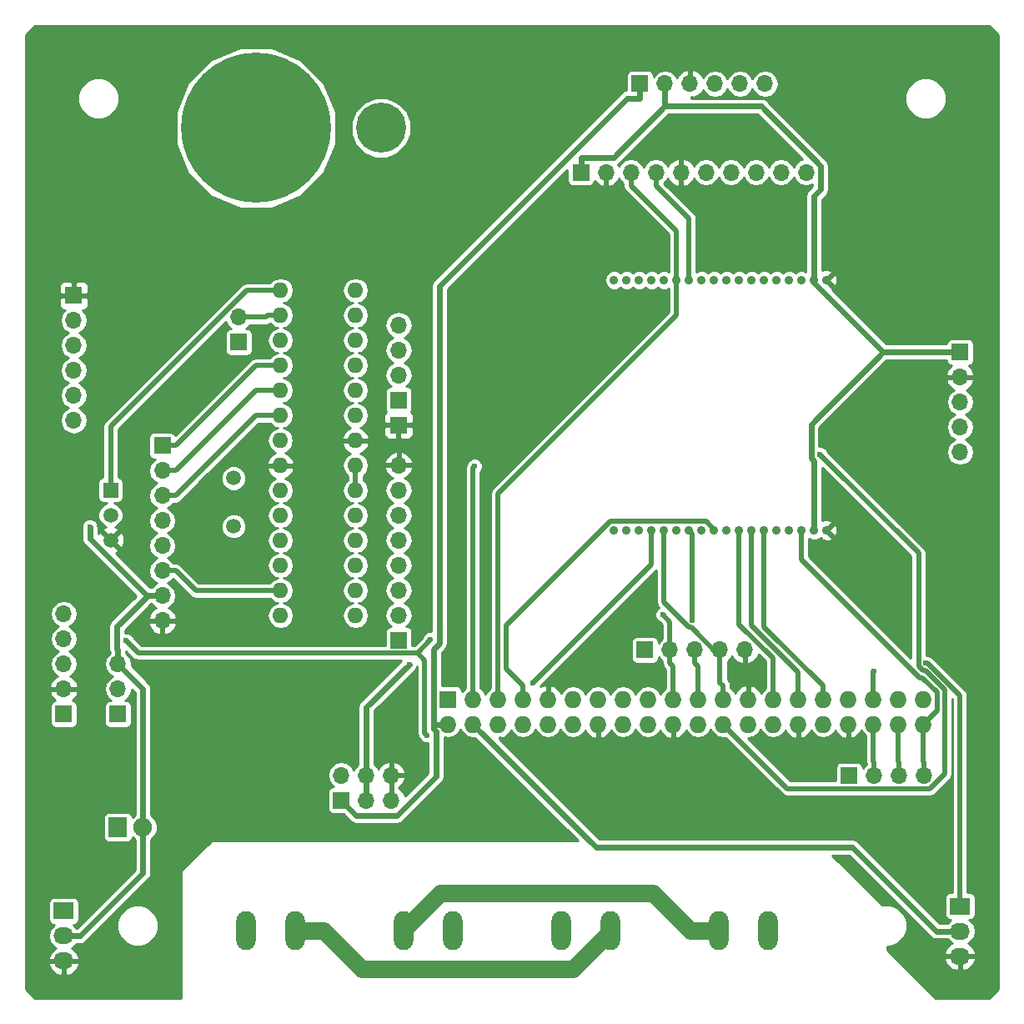
<source format=gbr>
G04 #@! TF.FileFunction,Copper,L2,Bot,Signal*
%FSLAX46Y46*%
G04 Gerber Fmt 4.6, Leading zero omitted, Abs format (unit mm)*
G04 Created by KiCad (PCBNEW 4.0.6-e0-6349~53~ubuntu16.04.1) date Thu May 25 22:23:32 2017*
%MOMM*%
%LPD*%
G01*
G04 APERTURE LIST*
%ADD10C,0.150000*%
%ADD11C,0.900000*%
%ADD12R,1.727200X1.727200*%
%ADD13O,1.727200X1.727200*%
%ADD14R,2.032000X1.727200*%
%ADD15O,2.032000X1.727200*%
%ADD16O,1.981200X3.962400*%
%ADD17C,1.501140*%
%ADD18O,1.600000X1.600000*%
%ADD19R,1.900000X2.000000*%
%ADD20C,1.900000*%
%ADD21R,1.700000X1.700000*%
%ADD22O,1.700000X1.700000*%
%ADD23C,15.240000*%
%ADD24C,5.080000*%
%ADD25C,1.520000*%
%ADD26R,1.520000X1.520000*%
%ADD27C,0.600000*%
%ADD28C,0.625000*%
%ADD29C,0.500000*%
%ADD30C,1.750000*%
%ADD31C,0.254000*%
G04 APERTURE END LIST*
D10*
D11*
X141365000Y-84350000D03*
X142635000Y-84350000D03*
X143905000Y-84350000D03*
X145175000Y-84350000D03*
X146445000Y-84350000D03*
X147715000Y-84350000D03*
X148985000Y-84350000D03*
X150255000Y-84350000D03*
X151525000Y-84350000D03*
X152795000Y-84350000D03*
X154065000Y-84350000D03*
X155335000Y-84350000D03*
X156605000Y-84350000D03*
X157875000Y-84350000D03*
X159145000Y-84350000D03*
X160415000Y-84350000D03*
X161685000Y-84350000D03*
X162955000Y-84350000D03*
X141365000Y-58950000D03*
X142635000Y-58950000D03*
X143905000Y-58950000D03*
X145175000Y-58950000D03*
X146445000Y-58950000D03*
X147715000Y-58950000D03*
X148985000Y-58950000D03*
X150255000Y-58950000D03*
X151525000Y-58950000D03*
X152795000Y-58950000D03*
X154065000Y-58950000D03*
X155335000Y-58950000D03*
X156605000Y-58950000D03*
X157875000Y-58950000D03*
X159145000Y-58950000D03*
X160415000Y-58950000D03*
X161685000Y-58950000D03*
X162955000Y-58950000D03*
D12*
X124500000Y-101500000D03*
D13*
X124500000Y-104040000D03*
X127040000Y-101500000D03*
X127040000Y-104040000D03*
X129580000Y-101500000D03*
X129580000Y-104040000D03*
X132120000Y-101500000D03*
X132120000Y-104040000D03*
X134660000Y-101500000D03*
X134660000Y-104040000D03*
X137200000Y-101500000D03*
X137200000Y-104040000D03*
X139740000Y-101500000D03*
X139740000Y-104040000D03*
X142280000Y-101500000D03*
X142280000Y-104040000D03*
X144820000Y-101500000D03*
X144820000Y-104040000D03*
X147360000Y-101500000D03*
X147360000Y-104040000D03*
X149900000Y-101500000D03*
X149900000Y-104040000D03*
X152440000Y-101500000D03*
X152440000Y-104040000D03*
X154980000Y-101500000D03*
X154980000Y-104040000D03*
X157520000Y-101500000D03*
X157520000Y-104040000D03*
X160060000Y-101500000D03*
X160060000Y-104040000D03*
X162600000Y-101500000D03*
X162600000Y-104040000D03*
X165140000Y-101500000D03*
X165140000Y-104040000D03*
X167680000Y-101500000D03*
X167680000Y-104040000D03*
X170220000Y-101500000D03*
X170220000Y-104040000D03*
X172760000Y-101500000D03*
X172760000Y-104040000D03*
D14*
X85500000Y-123000000D03*
D15*
X85500000Y-125540000D03*
X85500000Y-128080000D03*
D14*
X176500000Y-122500000D03*
D15*
X176500000Y-125040000D03*
X176500000Y-127580000D03*
D16*
X104000000Y-125000000D03*
X109000000Y-125000000D03*
X152000000Y-125000000D03*
X157000000Y-125000000D03*
X136000000Y-125000000D03*
X141000000Y-125000000D03*
X120000000Y-125000000D03*
X125000000Y-125000000D03*
D17*
X102750000Y-79059060D03*
X102750000Y-83940940D03*
D18*
X107500000Y-60000000D03*
X107500000Y-62540000D03*
X107500000Y-65080000D03*
X107500000Y-67620000D03*
X107500000Y-70160000D03*
X107500000Y-72700000D03*
X107500000Y-75240000D03*
X107500000Y-77780000D03*
X107500000Y-80320000D03*
X107500000Y-82860000D03*
X107500000Y-85400000D03*
X107500000Y-87940000D03*
X107500000Y-90480000D03*
X107500000Y-93020000D03*
X115120000Y-93020000D03*
X115120000Y-90480000D03*
X115120000Y-87940000D03*
X115120000Y-85400000D03*
X115120000Y-82860000D03*
X115120000Y-80320000D03*
X115120000Y-77780000D03*
X115120000Y-75240000D03*
X115120000Y-72700000D03*
X115120000Y-70160000D03*
X115120000Y-67620000D03*
X115120000Y-65080000D03*
X115120000Y-62540000D03*
X115120000Y-60000000D03*
D19*
X91000000Y-114500000D03*
D20*
X93540000Y-114500000D03*
D21*
X86500000Y-60500000D03*
D22*
X86500000Y-63040000D03*
X86500000Y-65580000D03*
X86500000Y-68120000D03*
X86500000Y-70660000D03*
X86500000Y-73200000D03*
D23*
X105000000Y-43500000D03*
D24*
X117700000Y-43500000D03*
D25*
X90250000Y-82790000D03*
X90250000Y-85330000D03*
D26*
X90250000Y-80250000D03*
D21*
X138000000Y-48000000D03*
D22*
X140540000Y-48000000D03*
X143080000Y-48000000D03*
X145620000Y-48000000D03*
X148160000Y-48000000D03*
X150700000Y-48000000D03*
X153240000Y-48000000D03*
X155780000Y-48000000D03*
X158320000Y-48000000D03*
X160860000Y-48000000D03*
D21*
X144000000Y-39000000D03*
D22*
X146540000Y-39000000D03*
X149080000Y-39000000D03*
X151620000Y-39000000D03*
X154160000Y-39000000D03*
X156700000Y-39000000D03*
D21*
X85500000Y-103000000D03*
D22*
X85500000Y-100460000D03*
X85500000Y-97920000D03*
X85500000Y-95380000D03*
X85500000Y-92840000D03*
D21*
X91000000Y-103000000D03*
D22*
X91000000Y-100460000D03*
X91000000Y-97920000D03*
D21*
X119495000Y-71120000D03*
D22*
X119495000Y-68580000D03*
X119495000Y-66040000D03*
X119495000Y-63500000D03*
D21*
X95500000Y-75750000D03*
D22*
X95500000Y-78290000D03*
X95500000Y-80830000D03*
X95500000Y-83370000D03*
X95500000Y-85910000D03*
X95500000Y-88450000D03*
X95500000Y-90990000D03*
X95500000Y-93530000D03*
D21*
X119500000Y-95500000D03*
D22*
X119500000Y-92960000D03*
X119500000Y-90420000D03*
X119500000Y-87880000D03*
X119500000Y-85340000D03*
X119500000Y-82800000D03*
X119500000Y-80260000D03*
X119500000Y-77720000D03*
D21*
X103250000Y-65250000D03*
D22*
X103250000Y-62710000D03*
D21*
X176500000Y-66250000D03*
D22*
X176500000Y-68790000D03*
X176500000Y-71330000D03*
X176500000Y-73870000D03*
X176500000Y-76410000D03*
D21*
X165250000Y-109250000D03*
D22*
X167790000Y-109250000D03*
X170330000Y-109250000D03*
X172870000Y-109250000D03*
D21*
X119495000Y-73660000D03*
X113665000Y-111760000D03*
D22*
X113665000Y-109220000D03*
X116205000Y-111760000D03*
X116205000Y-109220000D03*
X118745000Y-111760000D03*
X118745000Y-109220000D03*
D21*
X144500000Y-96500000D03*
D22*
X147040000Y-96500000D03*
X149580000Y-96500000D03*
X152120000Y-96500000D03*
X154660000Y-96500000D03*
D27*
X120561500Y-97962900D03*
X162277500Y-76632500D03*
X149295700Y-93458600D03*
X146329600Y-92916600D03*
X127214800Y-77837000D03*
X123633000Y-86919900D03*
X88142100Y-83972800D03*
X173042500Y-97851700D03*
X167724800Y-98630200D03*
X130415400Y-97442600D03*
X133158900Y-99826000D03*
X122740000Y-95419000D03*
X91828500Y-95560200D03*
X122366300Y-105149900D03*
D28*
X176500000Y-66250000D02*
X168703700Y-66250000D01*
X138000000Y-48000000D02*
X138000000Y-46537200D01*
X146540000Y-39000000D02*
X146540000Y-40462800D01*
X161685000Y-77330800D02*
X161685000Y-84350000D01*
X161364700Y-77010500D02*
X161685000Y-77330800D01*
X161364700Y-73589000D02*
X161364700Y-77010500D01*
X168703700Y-66250000D02*
X161364700Y-73589000D01*
X116205000Y-111760000D02*
X116205000Y-109220000D01*
X116205000Y-102319400D02*
X120561500Y-97962900D01*
X116205000Y-109220000D02*
X116205000Y-102319400D01*
X161685000Y-59231300D02*
X161685000Y-58950000D01*
X168703700Y-66250000D02*
X161685000Y-59231300D01*
X146540000Y-40462800D02*
X146540000Y-41296400D01*
X156291200Y-41296400D02*
X146540000Y-41296400D01*
X162339600Y-47344800D02*
X156291200Y-41296400D01*
X162339600Y-49766400D02*
X162339600Y-47344800D01*
X161685000Y-50421000D02*
X162339600Y-49766400D01*
X161685000Y-58950000D02*
X161685000Y-50421000D01*
X141299200Y-46537200D02*
X138000000Y-46537200D01*
X146540000Y-41296400D02*
X141299200Y-46537200D01*
D29*
X152120000Y-96500000D02*
X152120000Y-97098100D01*
X152120000Y-99816400D02*
X152440000Y-100136400D01*
X152120000Y-97098100D02*
X152120000Y-99816400D01*
X152440000Y-101500000D02*
X152440000Y-100136400D01*
X149230800Y-94208900D02*
X152120000Y-97098100D01*
X148984900Y-94208900D02*
X149230800Y-94208900D01*
X146445000Y-91669000D02*
X148984900Y-94208900D01*
X146445000Y-84350000D02*
X146445000Y-91669000D01*
X158969000Y-110569000D02*
X152440000Y-104040000D01*
X173436000Y-110569000D02*
X158969000Y-110569000D01*
X174914200Y-109090800D02*
X173436000Y-110569000D01*
X174914200Y-100552600D02*
X174914200Y-109090800D01*
X172963600Y-98602000D02*
X174914200Y-100552600D01*
X172731700Y-98602000D02*
X172963600Y-98602000D01*
X172292200Y-98162500D02*
X172731700Y-98602000D01*
X172292200Y-86647200D02*
X172292200Y-98162500D01*
X162277500Y-76632500D02*
X172292200Y-86647200D01*
X149900000Y-98170000D02*
X149900000Y-101500000D01*
X149580000Y-97850000D02*
X149900000Y-98170000D01*
X149580000Y-96500000D02*
X149580000Y-97850000D01*
X149295700Y-84660700D02*
X148985000Y-84350000D01*
X149295700Y-93458600D02*
X149295700Y-84660700D01*
X147040000Y-93627000D02*
X146329600Y-92916600D01*
X147040000Y-96500000D02*
X147040000Y-93627000D01*
X147360000Y-98170000D02*
X147360000Y-101500000D01*
X147040000Y-97850000D02*
X147360000Y-98170000D01*
X147040000Y-96500000D02*
X147040000Y-97850000D01*
X147715000Y-53985000D02*
X147715000Y-58950000D01*
X143080000Y-49350000D02*
X147715000Y-53985000D01*
X143080000Y-48000000D02*
X143080000Y-49350000D01*
X147715000Y-62475500D02*
X147715000Y-58950000D01*
X129580000Y-80610500D02*
X147715000Y-62475500D01*
X129580000Y-101500000D02*
X129580000Y-80610500D01*
X127040000Y-78011800D02*
X127040000Y-101500000D01*
X127214800Y-77837000D02*
X127040000Y-78011800D01*
X148985000Y-52715000D02*
X145620000Y-49350000D01*
X148985000Y-58950000D02*
X148985000Y-52715000D01*
X145620000Y-48000000D02*
X145620000Y-49350000D01*
D28*
X144000000Y-39000000D02*
X144000000Y-40462800D01*
X85500000Y-125540000D02*
X87128800Y-125540000D01*
X123633000Y-59538700D02*
X123633000Y-86919900D01*
X142708900Y-40462800D02*
X123633000Y-59538700D01*
X144000000Y-40462800D02*
X142708900Y-40462800D01*
X124500000Y-104040000D02*
X123023600Y-104040000D01*
X174072800Y-125040000D02*
X176500000Y-125040000D01*
X165565000Y-116532200D02*
X174072800Y-125040000D01*
X139532200Y-116532200D02*
X165565000Y-116532200D01*
X127040000Y-104040000D02*
X139532200Y-116532200D01*
X93540000Y-119128800D02*
X93540000Y-114500000D01*
X87128800Y-125540000D02*
X93540000Y-119128800D01*
X123652800Y-86939700D02*
X123633000Y-86919900D01*
X123652800Y-95797100D02*
X123652800Y-86939700D01*
X123023600Y-96426300D02*
X123652800Y-95797100D01*
X123023600Y-104040000D02*
X123023600Y-96426300D01*
X93540000Y-100460000D02*
X91000000Y-97920000D01*
X93540000Y-114500000D02*
X93540000Y-100460000D01*
X91000000Y-97920000D02*
X91000000Y-96457200D01*
X95500000Y-90990000D02*
X94037200Y-90990000D01*
X88142100Y-85193000D02*
X88142100Y-83972800D01*
X93988200Y-91039000D02*
X88142100Y-85193000D01*
X90896400Y-94130800D02*
X93988200Y-91039000D01*
X90896400Y-96353600D02*
X90896400Y-94130800D01*
X91000000Y-96457200D02*
X90896400Y-96353600D01*
X93988200Y-91039000D02*
X94037200Y-90990000D01*
X123023600Y-104516300D02*
X123023600Y-104040000D01*
X123279100Y-104771800D02*
X123023600Y-104516300D01*
X123279100Y-109338000D02*
X123279100Y-104771800D01*
X119304700Y-113312400D02*
X123279100Y-109338000D01*
X115217400Y-113312400D02*
X119304700Y-113312400D01*
X113665000Y-111760000D02*
X115217400Y-113312400D01*
D29*
X173203800Y-97851700D02*
X173042500Y-97851700D01*
X176500000Y-101147900D02*
X173203800Y-97851700D01*
X176500000Y-122500000D02*
X176500000Y-101147900D01*
X167680000Y-98675000D02*
X167680000Y-101500000D01*
X167724800Y-98630200D02*
X167680000Y-98675000D01*
D30*
X120000000Y-124878800D02*
X120000000Y-125000000D01*
X123735400Y-121143400D02*
X120000000Y-124878800D01*
X145277500Y-121143400D02*
X123735400Y-121143400D01*
X149134100Y-125000000D02*
X145277500Y-121143400D01*
X152000000Y-125000000D02*
X149134100Y-125000000D01*
D29*
X90250000Y-73800200D02*
X90250000Y-80250000D01*
X104050200Y-60000000D02*
X90250000Y-73800200D01*
X107500000Y-60000000D02*
X104050200Y-60000000D01*
X115120000Y-77780000D02*
X115120000Y-80320000D01*
X132120000Y-101500000D02*
X132120000Y-100136400D01*
X130415400Y-98431800D02*
X130415400Y-97442600D01*
X132120000Y-100136400D02*
X130415400Y-98431800D01*
X151525000Y-84230400D02*
X151525000Y-84350000D01*
X150741200Y-83446600D02*
X151525000Y-84230400D01*
X140987700Y-83446600D02*
X150741200Y-83446600D01*
X130415400Y-94018900D02*
X140987700Y-83446600D01*
X130415400Y-97442600D02*
X130415400Y-94018900D01*
X154065000Y-93879200D02*
X154065000Y-84350000D01*
X157520000Y-97334200D02*
X154065000Y-93879200D01*
X157520000Y-101500000D02*
X157520000Y-97334200D01*
X155335000Y-94003100D02*
X155335000Y-84350000D01*
X160060000Y-98728100D02*
X155335000Y-94003100D01*
X160060000Y-101500000D02*
X160060000Y-98728100D01*
X156605000Y-94141400D02*
X156605000Y-84350000D01*
X162600000Y-100136400D02*
X156605000Y-94141400D01*
X162600000Y-101500000D02*
X162600000Y-100136400D01*
X167680000Y-107790000D02*
X167680000Y-104040000D01*
X167790000Y-107900000D02*
X167680000Y-107790000D01*
X167790000Y-109250000D02*
X167790000Y-107900000D01*
X170330000Y-109250000D02*
X170330000Y-107900000D01*
X170220000Y-107790000D02*
X170220000Y-104040000D01*
X170330000Y-107900000D02*
X170220000Y-107790000D01*
X172870000Y-109250000D02*
X172870000Y-107900000D01*
X172760000Y-107790000D02*
X172760000Y-104040000D01*
X172870000Y-107900000D02*
X172760000Y-107790000D01*
X174176700Y-102623300D02*
X172760000Y-104040000D01*
X174176700Y-100805800D02*
X174176700Y-102623300D01*
X172673200Y-99302300D02*
X174176700Y-100805800D01*
X172441500Y-99302300D02*
X172673200Y-99302300D01*
X160415000Y-87275800D02*
X172441500Y-99302300D01*
X160415000Y-84350000D02*
X160415000Y-87275800D01*
D30*
X115739600Y-128873700D02*
X111865900Y-125000000D01*
X137170000Y-128873700D02*
X115739600Y-128873700D01*
X141000000Y-125043700D02*
X137170000Y-128873700D01*
X141000000Y-125000000D02*
X141000000Y-125043700D01*
X109000000Y-125000000D02*
X111865900Y-125000000D01*
D29*
X106030000Y-62710000D02*
X106200000Y-62540000D01*
X103250000Y-62710000D02*
X106030000Y-62710000D01*
X107500000Y-62540000D02*
X106200000Y-62540000D01*
X104980000Y-67620000D02*
X107500000Y-67620000D01*
X96850000Y-75750000D02*
X104980000Y-67620000D01*
X95500000Y-75750000D02*
X96850000Y-75750000D01*
X104980000Y-70160000D02*
X107500000Y-70160000D01*
X96850000Y-78290000D02*
X104980000Y-70160000D01*
X95500000Y-78290000D02*
X96850000Y-78290000D01*
X104980000Y-72700000D02*
X107500000Y-72700000D01*
X96850000Y-80830000D02*
X104980000Y-72700000D01*
X95500000Y-80830000D02*
X96850000Y-80830000D01*
X98880000Y-90480000D02*
X107500000Y-90480000D01*
X96850000Y-88450000D02*
X98880000Y-90480000D01*
X95500000Y-88450000D02*
X96850000Y-88450000D01*
X145175000Y-87809900D02*
X145175000Y-84350000D01*
X133158900Y-99826000D02*
X145175000Y-87809900D01*
X93068700Y-96800400D02*
X121424200Y-96800400D01*
X91828500Y-95560200D02*
X93068700Y-96800400D01*
X122740000Y-95484600D02*
X122740000Y-95419000D01*
X121424200Y-96800400D02*
X122740000Y-95484600D01*
X122160700Y-104944300D02*
X122366300Y-105149900D01*
X122160700Y-97536900D02*
X122160700Y-104944300D01*
X121424200Y-96800400D02*
X122160700Y-97536900D01*
D31*
G36*
X180373000Y-34052606D02*
X180373000Y-130947394D01*
X179447394Y-131873000D01*
X174052606Y-131873000D01*
X170118632Y-127939026D01*
X174892642Y-127939026D01*
X174895291Y-127954791D01*
X175149268Y-128482036D01*
X175585680Y-128871954D01*
X176138087Y-129065184D01*
X176373000Y-128920924D01*
X176373000Y-127707000D01*
X176627000Y-127707000D01*
X176627000Y-128920924D01*
X176861913Y-129065184D01*
X177414320Y-128871954D01*
X177850732Y-128482036D01*
X178104709Y-127954791D01*
X178107358Y-127939026D01*
X177986217Y-127707000D01*
X176627000Y-127707000D01*
X176373000Y-127707000D01*
X175013783Y-127707000D01*
X174892642Y-127939026D01*
X170118632Y-127939026D01*
X169127000Y-126947394D01*
X169127000Y-126627111D01*
X169421230Y-126627368D01*
X170203274Y-126304234D01*
X170802131Y-125706422D01*
X171126630Y-124924943D01*
X171127368Y-124078770D01*
X170804234Y-123296726D01*
X170206422Y-122697869D01*
X169424943Y-122373370D01*
X168578770Y-122372632D01*
X168559995Y-122380389D01*
X163551306Y-117371700D01*
X165217268Y-117371700D01*
X173479184Y-125633616D01*
X173751537Y-125815597D01*
X174072800Y-125879500D01*
X175237982Y-125879500D01*
X175334068Y-126023303D01*
X175680595Y-126254845D01*
X175585680Y-126288046D01*
X175149268Y-126677964D01*
X174895291Y-127205209D01*
X174892642Y-127220974D01*
X175013783Y-127453000D01*
X176373000Y-127453000D01*
X176373000Y-127433000D01*
X176627000Y-127433000D01*
X176627000Y-127453000D01*
X177986217Y-127453000D01*
X178107358Y-127220974D01*
X178104709Y-127205209D01*
X177850732Y-126677964D01*
X177414320Y-126288046D01*
X177319405Y-126254845D01*
X177665932Y-126023303D01*
X177967376Y-125572160D01*
X178073229Y-125040000D01*
X177967376Y-124507840D01*
X177665932Y-124056697D01*
X177432801Y-123900924D01*
X177516000Y-123900924D01*
X177711294Y-123864177D01*
X177890660Y-123748758D01*
X178010990Y-123572649D01*
X178053324Y-123363600D01*
X178053324Y-121636400D01*
X178016577Y-121441106D01*
X177901158Y-121261740D01*
X177725049Y-121141410D01*
X177516000Y-121099076D01*
X177277000Y-121099076D01*
X177277000Y-101147900D01*
X177217854Y-100850555D01*
X177049422Y-100598478D01*
X173753222Y-97302278D01*
X173501145Y-97133846D01*
X173441802Y-97122042D01*
X173207722Y-97024844D01*
X173069200Y-97024723D01*
X173069200Y-86647200D01*
X173010054Y-86349855D01*
X172841622Y-86097778D01*
X163028651Y-76284807D01*
X162979005Y-76164654D01*
X162746570Y-75931812D01*
X162442722Y-75805644D01*
X162204200Y-75805436D01*
X162204200Y-73936732D01*
X166994042Y-69146890D01*
X175058524Y-69146890D01*
X175228355Y-69556924D01*
X175618642Y-69985183D01*
X175874762Y-70105463D01*
X175499337Y-70356314D01*
X175200841Y-70803045D01*
X175096023Y-71330000D01*
X175200841Y-71856955D01*
X175499337Y-72303686D01*
X175942802Y-72600000D01*
X175499337Y-72896314D01*
X175200841Y-73343045D01*
X175096023Y-73870000D01*
X175200841Y-74396955D01*
X175499337Y-74843686D01*
X175942802Y-75140000D01*
X175499337Y-75436314D01*
X175200841Y-75883045D01*
X175096023Y-76410000D01*
X175200841Y-76936955D01*
X175499337Y-77383686D01*
X175946068Y-77682182D01*
X176473023Y-77787000D01*
X176526977Y-77787000D01*
X177053932Y-77682182D01*
X177500663Y-77383686D01*
X177799159Y-76936955D01*
X177903977Y-76410000D01*
X177799159Y-75883045D01*
X177500663Y-75436314D01*
X177057198Y-75140000D01*
X177500663Y-74843686D01*
X177799159Y-74396955D01*
X177903977Y-73870000D01*
X177799159Y-73343045D01*
X177500663Y-72896314D01*
X177057198Y-72600000D01*
X177500663Y-72303686D01*
X177799159Y-71856955D01*
X177903977Y-71330000D01*
X177799159Y-70803045D01*
X177500663Y-70356314D01*
X177125238Y-70105463D01*
X177381358Y-69985183D01*
X177771645Y-69556924D01*
X177941476Y-69146890D01*
X177820155Y-68917000D01*
X176627000Y-68917000D01*
X176627000Y-68937000D01*
X176373000Y-68937000D01*
X176373000Y-68917000D01*
X175179845Y-68917000D01*
X175058524Y-69146890D01*
X166994042Y-69146890D01*
X169051432Y-67089500D01*
X175112676Y-67089500D01*
X175112676Y-67100000D01*
X175149423Y-67295294D01*
X175264842Y-67474660D01*
X175440951Y-67594990D01*
X175590825Y-67625341D01*
X175228355Y-68023076D01*
X175058524Y-68433110D01*
X175179845Y-68663000D01*
X176373000Y-68663000D01*
X176373000Y-68643000D01*
X176627000Y-68643000D01*
X176627000Y-68663000D01*
X177820155Y-68663000D01*
X177941476Y-68433110D01*
X177771645Y-68023076D01*
X177409836Y-67626065D01*
X177545294Y-67600577D01*
X177724660Y-67485158D01*
X177844990Y-67309049D01*
X177887324Y-67100000D01*
X177887324Y-65400000D01*
X177850577Y-65204706D01*
X177735158Y-65025340D01*
X177559049Y-64905010D01*
X177350000Y-64862676D01*
X175650000Y-64862676D01*
X175454706Y-64899423D01*
X175275340Y-65014842D01*
X175155010Y-65190951D01*
X175112676Y-65400000D01*
X175112676Y-65410500D01*
X169051432Y-65410500D01*
X163505447Y-59864515D01*
X163529140Y-59703745D01*
X162955000Y-59129605D01*
X162940858Y-59143748D01*
X162761253Y-58964143D01*
X162775395Y-58950000D01*
X163134605Y-58950000D01*
X163708745Y-59524140D01*
X163918712Y-59493197D01*
X164053226Y-59083052D01*
X164020546Y-58652651D01*
X163918712Y-58406803D01*
X163708745Y-58375860D01*
X163134605Y-58950000D01*
X162775395Y-58950000D01*
X162761253Y-58935858D01*
X162940858Y-58756253D01*
X162955000Y-58770395D01*
X163529140Y-58196255D01*
X163498197Y-57986288D01*
X163088052Y-57851774D01*
X162657651Y-57884454D01*
X162524500Y-57939607D01*
X162524500Y-50768732D01*
X162933216Y-50360016D01*
X163115197Y-50087663D01*
X163179100Y-49766400D01*
X163179100Y-47344800D01*
X163115197Y-47023537D01*
X162933216Y-46751184D01*
X157103262Y-40921230D01*
X170872632Y-40921230D01*
X171195766Y-41703274D01*
X171793578Y-42302131D01*
X172575057Y-42626630D01*
X173421230Y-42627368D01*
X174203274Y-42304234D01*
X174802131Y-41706422D01*
X175126630Y-40924943D01*
X175127368Y-40078770D01*
X174804234Y-39296726D01*
X174206422Y-38697869D01*
X173424943Y-38373370D01*
X172578770Y-38372632D01*
X171796726Y-38695766D01*
X171197869Y-39293578D01*
X170873370Y-40075057D01*
X170872632Y-40921230D01*
X157103262Y-40921230D01*
X156884816Y-40702784D01*
X156612463Y-40520803D01*
X156291200Y-40456900D01*
X149207002Y-40456900D01*
X149207002Y-40320156D01*
X149436890Y-40441476D01*
X149846924Y-40271645D01*
X150275183Y-39881358D01*
X150395463Y-39625238D01*
X150646314Y-40000663D01*
X151093045Y-40299159D01*
X151620000Y-40403977D01*
X152146955Y-40299159D01*
X152593686Y-40000663D01*
X152890000Y-39557198D01*
X153186314Y-40000663D01*
X153633045Y-40299159D01*
X154160000Y-40403977D01*
X154686955Y-40299159D01*
X155133686Y-40000663D01*
X155430000Y-39557198D01*
X155726314Y-40000663D01*
X156173045Y-40299159D01*
X156700000Y-40403977D01*
X157226955Y-40299159D01*
X157673686Y-40000663D01*
X157972182Y-39553932D01*
X158077000Y-39026977D01*
X158077000Y-38973023D01*
X157972182Y-38446068D01*
X157673686Y-37999337D01*
X157226955Y-37700841D01*
X156700000Y-37596023D01*
X156173045Y-37700841D01*
X155726314Y-37999337D01*
X155430000Y-38442802D01*
X155133686Y-37999337D01*
X154686955Y-37700841D01*
X154160000Y-37596023D01*
X153633045Y-37700841D01*
X153186314Y-37999337D01*
X152890000Y-38442802D01*
X152593686Y-37999337D01*
X152146955Y-37700841D01*
X151620000Y-37596023D01*
X151093045Y-37700841D01*
X150646314Y-37999337D01*
X150395463Y-38374762D01*
X150275183Y-38118642D01*
X149846924Y-37728355D01*
X149436890Y-37558524D01*
X149207000Y-37679845D01*
X149207000Y-38873000D01*
X149227000Y-38873000D01*
X149227000Y-39127000D01*
X149207000Y-39127000D01*
X149207000Y-39147000D01*
X148953000Y-39147000D01*
X148953000Y-39127000D01*
X148933000Y-39127000D01*
X148933000Y-38873000D01*
X148953000Y-38873000D01*
X148953000Y-37679845D01*
X148723110Y-37558524D01*
X148313076Y-37728355D01*
X147884817Y-38118642D01*
X147764537Y-38374762D01*
X147513686Y-37999337D01*
X147066955Y-37700841D01*
X146540000Y-37596023D01*
X146013045Y-37700841D01*
X145566314Y-37999337D01*
X145387324Y-38267215D01*
X145387324Y-38150000D01*
X145350577Y-37954706D01*
X145235158Y-37775340D01*
X145059049Y-37655010D01*
X144850000Y-37612676D01*
X143150000Y-37612676D01*
X142954706Y-37649423D01*
X142775340Y-37764842D01*
X142655010Y-37940951D01*
X142612676Y-38150000D01*
X142612676Y-39642440D01*
X142387637Y-39687203D01*
X142115284Y-39869184D01*
X123039384Y-58945084D01*
X122857403Y-59217437D01*
X122793500Y-59538700D01*
X122793500Y-86919900D01*
X122805945Y-86982467D01*
X122805857Y-87083679D01*
X122813300Y-87101692D01*
X122813300Y-94592064D01*
X122576221Y-94591857D01*
X122272154Y-94717495D01*
X122039312Y-94949930D01*
X121942375Y-95183381D01*
X121102356Y-96023400D01*
X120887324Y-96023400D01*
X120887324Y-94650000D01*
X120850577Y-94454706D01*
X120735158Y-94275340D01*
X120559049Y-94155010D01*
X120350000Y-94112676D01*
X120232785Y-94112676D01*
X120500663Y-93933686D01*
X120799159Y-93486955D01*
X120903977Y-92960000D01*
X120799159Y-92433045D01*
X120500663Y-91986314D01*
X120057198Y-91690000D01*
X120500663Y-91393686D01*
X120799159Y-90946955D01*
X120903977Y-90420000D01*
X120799159Y-89893045D01*
X120500663Y-89446314D01*
X120057198Y-89150000D01*
X120500663Y-88853686D01*
X120799159Y-88406955D01*
X120903977Y-87880000D01*
X120799159Y-87353045D01*
X120500663Y-86906314D01*
X120057198Y-86610000D01*
X120500663Y-86313686D01*
X120799159Y-85866955D01*
X120903977Y-85340000D01*
X120799159Y-84813045D01*
X120500663Y-84366314D01*
X120057198Y-84070000D01*
X120500663Y-83773686D01*
X120799159Y-83326955D01*
X120903977Y-82800000D01*
X120799159Y-82273045D01*
X120500663Y-81826314D01*
X120057198Y-81530000D01*
X120500663Y-81233686D01*
X120799159Y-80786955D01*
X120903977Y-80260000D01*
X120799159Y-79733045D01*
X120500663Y-79286314D01*
X120125238Y-79035463D01*
X120381358Y-78915183D01*
X120771645Y-78486924D01*
X120941476Y-78076890D01*
X120820155Y-77847000D01*
X119627000Y-77847000D01*
X119627000Y-77867000D01*
X119373000Y-77867000D01*
X119373000Y-77847000D01*
X118179845Y-77847000D01*
X118058524Y-78076890D01*
X118228355Y-78486924D01*
X118618642Y-78915183D01*
X118874762Y-79035463D01*
X118499337Y-79286314D01*
X118200841Y-79733045D01*
X118096023Y-80260000D01*
X118200841Y-80786955D01*
X118499337Y-81233686D01*
X118942802Y-81530000D01*
X118499337Y-81826314D01*
X118200841Y-82273045D01*
X118096023Y-82800000D01*
X118200841Y-83326955D01*
X118499337Y-83773686D01*
X118942802Y-84070000D01*
X118499337Y-84366314D01*
X118200841Y-84813045D01*
X118096023Y-85340000D01*
X118200841Y-85866955D01*
X118499337Y-86313686D01*
X118942802Y-86610000D01*
X118499337Y-86906314D01*
X118200841Y-87353045D01*
X118096023Y-87880000D01*
X118200841Y-88406955D01*
X118499337Y-88853686D01*
X118942802Y-89150000D01*
X118499337Y-89446314D01*
X118200841Y-89893045D01*
X118096023Y-90420000D01*
X118200841Y-90946955D01*
X118499337Y-91393686D01*
X118942802Y-91690000D01*
X118499337Y-91986314D01*
X118200841Y-92433045D01*
X118096023Y-92960000D01*
X118200841Y-93486955D01*
X118499337Y-93933686D01*
X118767215Y-94112676D01*
X118650000Y-94112676D01*
X118454706Y-94149423D01*
X118275340Y-94264842D01*
X118155010Y-94440951D01*
X118112676Y-94650000D01*
X118112676Y-96023400D01*
X93390544Y-96023400D01*
X92579651Y-95212507D01*
X92530005Y-95092354D01*
X92297570Y-94859512D01*
X91993722Y-94733344D01*
X91735900Y-94733119D01*
X91735900Y-94478532D01*
X92327542Y-93886890D01*
X94058524Y-93886890D01*
X94228355Y-94296924D01*
X94618642Y-94725183D01*
X95143108Y-94971486D01*
X95373000Y-94850819D01*
X95373000Y-93657000D01*
X95627000Y-93657000D01*
X95627000Y-94850819D01*
X95856892Y-94971486D01*
X96381358Y-94725183D01*
X96771645Y-94296924D01*
X96941476Y-93886890D01*
X96820155Y-93657000D01*
X95627000Y-93657000D01*
X95373000Y-93657000D01*
X94179845Y-93657000D01*
X94058524Y-93886890D01*
X92327542Y-93886890D01*
X94384932Y-91829500D01*
X94409677Y-91829500D01*
X94499337Y-91963686D01*
X94874762Y-92214537D01*
X94618642Y-92334817D01*
X94228355Y-92763076D01*
X94058524Y-93173110D01*
X94179845Y-93403000D01*
X95373000Y-93403000D01*
X95373000Y-93383000D01*
X95627000Y-93383000D01*
X95627000Y-93403000D01*
X96820155Y-93403000D01*
X96941476Y-93173110D01*
X96771645Y-92763076D01*
X96381358Y-92334817D01*
X96125238Y-92214537D01*
X96500663Y-91963686D01*
X96799159Y-91516955D01*
X96903977Y-90990000D01*
X96799159Y-90463045D01*
X96500663Y-90016314D01*
X96057198Y-89720000D01*
X96500663Y-89423686D01*
X96590456Y-89289300D01*
X98330578Y-91029422D01*
X98582655Y-91197854D01*
X98880000Y-91257000D01*
X106427874Y-91257000D01*
X106535672Y-91418331D01*
X106966182Y-91705988D01*
X107187445Y-91750000D01*
X106966182Y-91794012D01*
X106535672Y-92081669D01*
X106248015Y-92512179D01*
X106147003Y-93020000D01*
X106248015Y-93527821D01*
X106535672Y-93958331D01*
X106966182Y-94245988D01*
X107474003Y-94347000D01*
X107525997Y-94347000D01*
X108033818Y-94245988D01*
X108464328Y-93958331D01*
X108751985Y-93527821D01*
X108852997Y-93020000D01*
X108751985Y-92512179D01*
X108464328Y-92081669D01*
X108033818Y-91794012D01*
X107812555Y-91750000D01*
X108033818Y-91705988D01*
X108464328Y-91418331D01*
X108751985Y-90987821D01*
X108852997Y-90480000D01*
X108751985Y-89972179D01*
X108464328Y-89541669D01*
X108033818Y-89254012D01*
X107812555Y-89210000D01*
X108033818Y-89165988D01*
X108464328Y-88878331D01*
X108751985Y-88447821D01*
X108852997Y-87940000D01*
X108751985Y-87432179D01*
X108464328Y-87001669D01*
X108033818Y-86714012D01*
X107812555Y-86670000D01*
X108033818Y-86625988D01*
X108464328Y-86338331D01*
X108751985Y-85907821D01*
X108852997Y-85400000D01*
X108751985Y-84892179D01*
X108464328Y-84461669D01*
X108033818Y-84174012D01*
X107812555Y-84130000D01*
X108033818Y-84085988D01*
X108464328Y-83798331D01*
X108751985Y-83367821D01*
X108852997Y-82860000D01*
X108751985Y-82352179D01*
X108464328Y-81921669D01*
X108033818Y-81634012D01*
X107812555Y-81590000D01*
X108033818Y-81545988D01*
X108464328Y-81258331D01*
X108751985Y-80827821D01*
X108852997Y-80320000D01*
X108751985Y-79812179D01*
X108464328Y-79381669D01*
X108033818Y-79094012D01*
X108019611Y-79091186D01*
X108355134Y-78932389D01*
X108731041Y-78517423D01*
X108891904Y-78129039D01*
X108769915Y-77907000D01*
X107627000Y-77907000D01*
X107627000Y-77927000D01*
X107373000Y-77927000D01*
X107373000Y-77907000D01*
X106230085Y-77907000D01*
X106108096Y-78129039D01*
X106268959Y-78517423D01*
X106644866Y-78932389D01*
X106980389Y-79091186D01*
X106966182Y-79094012D01*
X106535672Y-79381669D01*
X106248015Y-79812179D01*
X106147003Y-80320000D01*
X106248015Y-80827821D01*
X106535672Y-81258331D01*
X106966182Y-81545988D01*
X107187445Y-81590000D01*
X106966182Y-81634012D01*
X106535672Y-81921669D01*
X106248015Y-82352179D01*
X106147003Y-82860000D01*
X106248015Y-83367821D01*
X106535672Y-83798331D01*
X106966182Y-84085988D01*
X107187445Y-84130000D01*
X106966182Y-84174012D01*
X106535672Y-84461669D01*
X106248015Y-84892179D01*
X106147003Y-85400000D01*
X106248015Y-85907821D01*
X106535672Y-86338331D01*
X106966182Y-86625988D01*
X107187445Y-86670000D01*
X106966182Y-86714012D01*
X106535672Y-87001669D01*
X106248015Y-87432179D01*
X106147003Y-87940000D01*
X106248015Y-88447821D01*
X106535672Y-88878331D01*
X106966182Y-89165988D01*
X107187445Y-89210000D01*
X106966182Y-89254012D01*
X106535672Y-89541669D01*
X106427874Y-89703000D01*
X99201844Y-89703000D01*
X97399422Y-87900578D01*
X97147345Y-87732146D01*
X96850000Y-87673000D01*
X96632084Y-87673000D01*
X96500663Y-87476314D01*
X96057198Y-87180000D01*
X96500663Y-86883686D01*
X96799159Y-86436955D01*
X96903977Y-85910000D01*
X96799159Y-85383045D01*
X96500663Y-84936314D01*
X96057198Y-84640000D01*
X96500663Y-84343686D01*
X96600714Y-84193949D01*
X101472209Y-84193949D01*
X101666297Y-84663680D01*
X102025370Y-85023380D01*
X102494761Y-85218288D01*
X103003009Y-85218731D01*
X103472740Y-85024643D01*
X103832440Y-84665570D01*
X104027348Y-84196179D01*
X104027791Y-83687931D01*
X103833703Y-83218200D01*
X103474630Y-82858500D01*
X103005239Y-82663592D01*
X102496991Y-82663149D01*
X102027260Y-82857237D01*
X101667560Y-83216310D01*
X101472652Y-83685701D01*
X101472209Y-84193949D01*
X96600714Y-84193949D01*
X96799159Y-83896955D01*
X96903977Y-83370000D01*
X96799159Y-82843045D01*
X96500663Y-82396314D01*
X96057198Y-82100000D01*
X96500663Y-81803686D01*
X96632084Y-81607000D01*
X96850000Y-81607000D01*
X97147345Y-81547854D01*
X97399422Y-81379422D01*
X99466775Y-79312069D01*
X101472209Y-79312069D01*
X101666297Y-79781800D01*
X102025370Y-80141500D01*
X102494761Y-80336408D01*
X103003009Y-80336851D01*
X103472740Y-80142763D01*
X103832440Y-79783690D01*
X104027348Y-79314299D01*
X104027791Y-78806051D01*
X103833703Y-78336320D01*
X103474630Y-77976620D01*
X103005239Y-77781712D01*
X102496991Y-77781269D01*
X102027260Y-77975357D01*
X101667560Y-78334430D01*
X101472652Y-78803821D01*
X101472209Y-79312069D01*
X99466775Y-79312069D01*
X105301844Y-73477000D01*
X106427874Y-73477000D01*
X106535672Y-73638331D01*
X106966182Y-73925988D01*
X107187445Y-73970000D01*
X106966182Y-74014012D01*
X106535672Y-74301669D01*
X106248015Y-74732179D01*
X106147003Y-75240000D01*
X106248015Y-75747821D01*
X106535672Y-76178331D01*
X106966182Y-76465988D01*
X106980389Y-76468814D01*
X106644866Y-76627611D01*
X106268959Y-77042577D01*
X106108096Y-77430961D01*
X106230085Y-77653000D01*
X107373000Y-77653000D01*
X107373000Y-77633000D01*
X107627000Y-77633000D01*
X107627000Y-77653000D01*
X108769915Y-77653000D01*
X108891904Y-77430961D01*
X108731041Y-77042577D01*
X108355134Y-76627611D01*
X108019611Y-76468814D01*
X108033818Y-76465988D01*
X108464328Y-76178331D01*
X108751985Y-75747821D01*
X108783568Y-75589039D01*
X113728096Y-75589039D01*
X113888959Y-75977423D01*
X114264866Y-76392389D01*
X114600389Y-76551186D01*
X114586182Y-76554012D01*
X114155672Y-76841669D01*
X113868015Y-77272179D01*
X113767003Y-77780000D01*
X113868015Y-78287821D01*
X114155672Y-78718331D01*
X114343000Y-78843499D01*
X114343000Y-79256501D01*
X114155672Y-79381669D01*
X113868015Y-79812179D01*
X113767003Y-80320000D01*
X113868015Y-80827821D01*
X114155672Y-81258331D01*
X114586182Y-81545988D01*
X114807445Y-81590000D01*
X114586182Y-81634012D01*
X114155672Y-81921669D01*
X113868015Y-82352179D01*
X113767003Y-82860000D01*
X113868015Y-83367821D01*
X114155672Y-83798331D01*
X114586182Y-84085988D01*
X114807445Y-84130000D01*
X114586182Y-84174012D01*
X114155672Y-84461669D01*
X113868015Y-84892179D01*
X113767003Y-85400000D01*
X113868015Y-85907821D01*
X114155672Y-86338331D01*
X114586182Y-86625988D01*
X114807445Y-86670000D01*
X114586182Y-86714012D01*
X114155672Y-87001669D01*
X113868015Y-87432179D01*
X113767003Y-87940000D01*
X113868015Y-88447821D01*
X114155672Y-88878331D01*
X114586182Y-89165988D01*
X114807445Y-89210000D01*
X114586182Y-89254012D01*
X114155672Y-89541669D01*
X113868015Y-89972179D01*
X113767003Y-90480000D01*
X113868015Y-90987821D01*
X114155672Y-91418331D01*
X114586182Y-91705988D01*
X114807445Y-91750000D01*
X114586182Y-91794012D01*
X114155672Y-92081669D01*
X113868015Y-92512179D01*
X113767003Y-93020000D01*
X113868015Y-93527821D01*
X114155672Y-93958331D01*
X114586182Y-94245988D01*
X115094003Y-94347000D01*
X115145997Y-94347000D01*
X115653818Y-94245988D01*
X116084328Y-93958331D01*
X116371985Y-93527821D01*
X116472997Y-93020000D01*
X116371985Y-92512179D01*
X116084328Y-92081669D01*
X115653818Y-91794012D01*
X115432555Y-91750000D01*
X115653818Y-91705988D01*
X116084328Y-91418331D01*
X116371985Y-90987821D01*
X116472997Y-90480000D01*
X116371985Y-89972179D01*
X116084328Y-89541669D01*
X115653818Y-89254012D01*
X115432555Y-89210000D01*
X115653818Y-89165988D01*
X116084328Y-88878331D01*
X116371985Y-88447821D01*
X116472997Y-87940000D01*
X116371985Y-87432179D01*
X116084328Y-87001669D01*
X115653818Y-86714012D01*
X115432555Y-86670000D01*
X115653818Y-86625988D01*
X116084328Y-86338331D01*
X116371985Y-85907821D01*
X116472997Y-85400000D01*
X116371985Y-84892179D01*
X116084328Y-84461669D01*
X115653818Y-84174012D01*
X115432555Y-84130000D01*
X115653818Y-84085988D01*
X116084328Y-83798331D01*
X116371985Y-83367821D01*
X116472997Y-82860000D01*
X116371985Y-82352179D01*
X116084328Y-81921669D01*
X115653818Y-81634012D01*
X115432555Y-81590000D01*
X115653818Y-81545988D01*
X116084328Y-81258331D01*
X116371985Y-80827821D01*
X116472997Y-80320000D01*
X116371985Y-79812179D01*
X116084328Y-79381669D01*
X115897000Y-79256501D01*
X115897000Y-78843499D01*
X116084328Y-78718331D01*
X116371985Y-78287821D01*
X116472997Y-77780000D01*
X116390073Y-77363110D01*
X118058524Y-77363110D01*
X118179845Y-77593000D01*
X119373000Y-77593000D01*
X119373000Y-76399181D01*
X119627000Y-76399181D01*
X119627000Y-77593000D01*
X120820155Y-77593000D01*
X120941476Y-77363110D01*
X120771645Y-76953076D01*
X120381358Y-76524817D01*
X119856892Y-76278514D01*
X119627000Y-76399181D01*
X119373000Y-76399181D01*
X119143108Y-76278514D01*
X118618642Y-76524817D01*
X118228355Y-76953076D01*
X118058524Y-77363110D01*
X116390073Y-77363110D01*
X116371985Y-77272179D01*
X116084328Y-76841669D01*
X115653818Y-76554012D01*
X115639611Y-76551186D01*
X115975134Y-76392389D01*
X116351041Y-75977423D01*
X116511904Y-75589039D01*
X116389915Y-75367000D01*
X115247000Y-75367000D01*
X115247000Y-75387000D01*
X114993000Y-75387000D01*
X114993000Y-75367000D01*
X113850085Y-75367000D01*
X113728096Y-75589039D01*
X108783568Y-75589039D01*
X108852997Y-75240000D01*
X108783569Y-74890961D01*
X113728096Y-74890961D01*
X113850085Y-75113000D01*
X114993000Y-75113000D01*
X114993000Y-75093000D01*
X115247000Y-75093000D01*
X115247000Y-75113000D01*
X116389915Y-75113000D01*
X116511904Y-74890961D01*
X116351041Y-74502577D01*
X115975134Y-74087611D01*
X115675396Y-73945750D01*
X118010000Y-73945750D01*
X118010000Y-74636310D01*
X118106673Y-74869699D01*
X118285302Y-75048327D01*
X118518691Y-75145000D01*
X119209250Y-75145000D01*
X119368000Y-74986250D01*
X119368000Y-73787000D01*
X119622000Y-73787000D01*
X119622000Y-74986250D01*
X119780750Y-75145000D01*
X120471309Y-75145000D01*
X120704698Y-75048327D01*
X120883327Y-74869699D01*
X120980000Y-74636310D01*
X120980000Y-73945750D01*
X120821250Y-73787000D01*
X119622000Y-73787000D01*
X119368000Y-73787000D01*
X118168750Y-73787000D01*
X118010000Y-73945750D01*
X115675396Y-73945750D01*
X115639611Y-73928814D01*
X115653818Y-73925988D01*
X116084328Y-73638331D01*
X116371985Y-73207821D01*
X116472997Y-72700000D01*
X116469753Y-72683690D01*
X118010000Y-72683690D01*
X118010000Y-73374250D01*
X118168750Y-73533000D01*
X119368000Y-73533000D01*
X119368000Y-73513000D01*
X119622000Y-73513000D01*
X119622000Y-73533000D01*
X120821250Y-73533000D01*
X120980000Y-73374250D01*
X120980000Y-72683690D01*
X120883327Y-72450301D01*
X120747475Y-72314450D01*
X120839990Y-72179049D01*
X120882324Y-71970000D01*
X120882324Y-70270000D01*
X120845577Y-70074706D01*
X120730158Y-69895340D01*
X120554049Y-69775010D01*
X120345000Y-69732676D01*
X120227785Y-69732676D01*
X120495663Y-69553686D01*
X120794159Y-69106955D01*
X120898977Y-68580000D01*
X120794159Y-68053045D01*
X120495663Y-67606314D01*
X120052198Y-67310000D01*
X120495663Y-67013686D01*
X120794159Y-66566955D01*
X120898977Y-66040000D01*
X120794159Y-65513045D01*
X120495663Y-65066314D01*
X120052198Y-64770000D01*
X120495663Y-64473686D01*
X120794159Y-64026955D01*
X120898977Y-63500000D01*
X120794159Y-62973045D01*
X120495663Y-62526314D01*
X120048932Y-62227818D01*
X119521977Y-62123000D01*
X119468023Y-62123000D01*
X118941068Y-62227818D01*
X118494337Y-62526314D01*
X118195841Y-62973045D01*
X118091023Y-63500000D01*
X118195841Y-64026955D01*
X118494337Y-64473686D01*
X118937802Y-64770000D01*
X118494337Y-65066314D01*
X118195841Y-65513045D01*
X118091023Y-66040000D01*
X118195841Y-66566955D01*
X118494337Y-67013686D01*
X118937802Y-67310000D01*
X118494337Y-67606314D01*
X118195841Y-68053045D01*
X118091023Y-68580000D01*
X118195841Y-69106955D01*
X118494337Y-69553686D01*
X118762215Y-69732676D01*
X118645000Y-69732676D01*
X118449706Y-69769423D01*
X118270340Y-69884842D01*
X118150010Y-70060951D01*
X118107676Y-70270000D01*
X118107676Y-71970000D01*
X118144423Y-72165294D01*
X118241233Y-72315741D01*
X118106673Y-72450301D01*
X118010000Y-72683690D01*
X116469753Y-72683690D01*
X116371985Y-72192179D01*
X116084328Y-71761669D01*
X115653818Y-71474012D01*
X115432555Y-71430000D01*
X115653818Y-71385988D01*
X116084328Y-71098331D01*
X116371985Y-70667821D01*
X116472997Y-70160000D01*
X116371985Y-69652179D01*
X116084328Y-69221669D01*
X115653818Y-68934012D01*
X115432555Y-68890000D01*
X115653818Y-68845988D01*
X116084328Y-68558331D01*
X116371985Y-68127821D01*
X116472997Y-67620000D01*
X116371985Y-67112179D01*
X116084328Y-66681669D01*
X115653818Y-66394012D01*
X115432555Y-66350000D01*
X115653818Y-66305988D01*
X116084328Y-66018331D01*
X116371985Y-65587821D01*
X116472997Y-65080000D01*
X116371985Y-64572179D01*
X116084328Y-64141669D01*
X115653818Y-63854012D01*
X115432555Y-63810000D01*
X115653818Y-63765988D01*
X116084328Y-63478331D01*
X116371985Y-63047821D01*
X116472997Y-62540000D01*
X116371985Y-62032179D01*
X116084328Y-61601669D01*
X115653818Y-61314012D01*
X115432555Y-61270000D01*
X115653818Y-61225988D01*
X116084328Y-60938331D01*
X116371985Y-60507821D01*
X116472997Y-60000000D01*
X116371985Y-59492179D01*
X116084328Y-59061669D01*
X115653818Y-58774012D01*
X115145997Y-58673000D01*
X115094003Y-58673000D01*
X114586182Y-58774012D01*
X114155672Y-59061669D01*
X113868015Y-59492179D01*
X113767003Y-60000000D01*
X113868015Y-60507821D01*
X114155672Y-60938331D01*
X114586182Y-61225988D01*
X114807445Y-61270000D01*
X114586182Y-61314012D01*
X114155672Y-61601669D01*
X113868015Y-62032179D01*
X113767003Y-62540000D01*
X113868015Y-63047821D01*
X114155672Y-63478331D01*
X114586182Y-63765988D01*
X114807445Y-63810000D01*
X114586182Y-63854012D01*
X114155672Y-64141669D01*
X113868015Y-64572179D01*
X113767003Y-65080000D01*
X113868015Y-65587821D01*
X114155672Y-66018331D01*
X114586182Y-66305988D01*
X114807445Y-66350000D01*
X114586182Y-66394012D01*
X114155672Y-66681669D01*
X113868015Y-67112179D01*
X113767003Y-67620000D01*
X113868015Y-68127821D01*
X114155672Y-68558331D01*
X114586182Y-68845988D01*
X114807445Y-68890000D01*
X114586182Y-68934012D01*
X114155672Y-69221669D01*
X113868015Y-69652179D01*
X113767003Y-70160000D01*
X113868015Y-70667821D01*
X114155672Y-71098331D01*
X114586182Y-71385988D01*
X114807445Y-71430000D01*
X114586182Y-71474012D01*
X114155672Y-71761669D01*
X113868015Y-72192179D01*
X113767003Y-72700000D01*
X113868015Y-73207821D01*
X114155672Y-73638331D01*
X114586182Y-73925988D01*
X114600389Y-73928814D01*
X114264866Y-74087611D01*
X113888959Y-74502577D01*
X113728096Y-74890961D01*
X108783569Y-74890961D01*
X108751985Y-74732179D01*
X108464328Y-74301669D01*
X108033818Y-74014012D01*
X107812555Y-73970000D01*
X108033818Y-73925988D01*
X108464328Y-73638331D01*
X108751985Y-73207821D01*
X108852997Y-72700000D01*
X108751985Y-72192179D01*
X108464328Y-71761669D01*
X108033818Y-71474012D01*
X107812555Y-71430000D01*
X108033818Y-71385988D01*
X108464328Y-71098331D01*
X108751985Y-70667821D01*
X108852997Y-70160000D01*
X108751985Y-69652179D01*
X108464328Y-69221669D01*
X108033818Y-68934012D01*
X107812555Y-68890000D01*
X108033818Y-68845988D01*
X108464328Y-68558331D01*
X108751985Y-68127821D01*
X108852997Y-67620000D01*
X108751985Y-67112179D01*
X108464328Y-66681669D01*
X108033818Y-66394012D01*
X107812555Y-66350000D01*
X108033818Y-66305988D01*
X108464328Y-66018331D01*
X108751985Y-65587821D01*
X108852997Y-65080000D01*
X108751985Y-64572179D01*
X108464328Y-64141669D01*
X108033818Y-63854012D01*
X107812555Y-63810000D01*
X108033818Y-63765988D01*
X108464328Y-63478331D01*
X108751985Y-63047821D01*
X108852997Y-62540000D01*
X108751985Y-62032179D01*
X108464328Y-61601669D01*
X108033818Y-61314012D01*
X107812555Y-61270000D01*
X108033818Y-61225988D01*
X108464328Y-60938331D01*
X108751985Y-60507821D01*
X108852997Y-60000000D01*
X108751985Y-59492179D01*
X108464328Y-59061669D01*
X108033818Y-58774012D01*
X107525997Y-58673000D01*
X107474003Y-58673000D01*
X106966182Y-58774012D01*
X106535672Y-59061669D01*
X106427874Y-59223000D01*
X104050200Y-59223000D01*
X103752855Y-59282146D01*
X103500778Y-59450578D01*
X89700578Y-73250778D01*
X89532146Y-73502855D01*
X89473000Y-73800200D01*
X89473000Y-78955875D01*
X89294706Y-78989423D01*
X89115340Y-79104842D01*
X88995010Y-79280951D01*
X88952676Y-79490000D01*
X88952676Y-81010000D01*
X88989423Y-81205294D01*
X89104842Y-81384660D01*
X89280951Y-81504990D01*
X89490000Y-81547324D01*
X89887311Y-81547324D01*
X89521925Y-81698298D01*
X89159571Y-82060021D01*
X88963224Y-82532877D01*
X88962777Y-83044877D01*
X89158298Y-83518075D01*
X89520021Y-83880429D01*
X89795920Y-83994992D01*
X89520059Y-84109258D01*
X89450841Y-84351236D01*
X90250000Y-85150395D01*
X91049159Y-84351236D01*
X90979941Y-84109258D01*
X90683340Y-84003484D01*
X90978075Y-83881702D01*
X91340429Y-83519979D01*
X91536776Y-83047123D01*
X91537223Y-82535123D01*
X91341702Y-82061925D01*
X90979979Y-81699571D01*
X90613328Y-81547324D01*
X91010000Y-81547324D01*
X91205294Y-81510577D01*
X91384660Y-81395158D01*
X91504990Y-81219049D01*
X91547324Y-81010000D01*
X91547324Y-79490000D01*
X91510577Y-79294706D01*
X91395158Y-79115340D01*
X91219049Y-78995010D01*
X91027000Y-78956119D01*
X91027000Y-74122044D01*
X101944412Y-63204632D01*
X101950841Y-63236955D01*
X102249337Y-63683686D01*
X102517215Y-63862676D01*
X102400000Y-63862676D01*
X102204706Y-63899423D01*
X102025340Y-64014842D01*
X101905010Y-64190951D01*
X101862676Y-64400000D01*
X101862676Y-66100000D01*
X101899423Y-66295294D01*
X102014842Y-66474660D01*
X102190951Y-66594990D01*
X102400000Y-66637324D01*
X104100000Y-66637324D01*
X104295294Y-66600577D01*
X104474660Y-66485158D01*
X104594990Y-66309049D01*
X104637324Y-66100000D01*
X104637324Y-64400000D01*
X104600577Y-64204706D01*
X104485158Y-64025340D01*
X104309049Y-63905010D01*
X104100000Y-63862676D01*
X103982785Y-63862676D01*
X104250663Y-63683686D01*
X104382084Y-63487000D01*
X106030000Y-63487000D01*
X106327345Y-63427854D01*
X106448053Y-63347200D01*
X106535672Y-63478331D01*
X106966182Y-63765988D01*
X107187445Y-63810000D01*
X106966182Y-63854012D01*
X106535672Y-64141669D01*
X106248015Y-64572179D01*
X106147003Y-65080000D01*
X106248015Y-65587821D01*
X106535672Y-66018331D01*
X106966182Y-66305988D01*
X107187445Y-66350000D01*
X106966182Y-66394012D01*
X106535672Y-66681669D01*
X106427874Y-66843000D01*
X104980000Y-66843000D01*
X104682655Y-66902146D01*
X104430578Y-67070578D01*
X96829384Y-74671772D01*
X96735158Y-74525340D01*
X96559049Y-74405010D01*
X96350000Y-74362676D01*
X94650000Y-74362676D01*
X94454706Y-74399423D01*
X94275340Y-74514842D01*
X94155010Y-74690951D01*
X94112676Y-74900000D01*
X94112676Y-76600000D01*
X94149423Y-76795294D01*
X94264842Y-76974660D01*
X94440951Y-77094990D01*
X94650000Y-77137324D01*
X94767215Y-77137324D01*
X94499337Y-77316314D01*
X94200841Y-77763045D01*
X94096023Y-78290000D01*
X94200841Y-78816955D01*
X94499337Y-79263686D01*
X94942802Y-79560000D01*
X94499337Y-79856314D01*
X94200841Y-80303045D01*
X94096023Y-80830000D01*
X94200841Y-81356955D01*
X94499337Y-81803686D01*
X94942802Y-82100000D01*
X94499337Y-82396314D01*
X94200841Y-82843045D01*
X94096023Y-83370000D01*
X94200841Y-83896955D01*
X94499337Y-84343686D01*
X94942802Y-84640000D01*
X94499337Y-84936314D01*
X94200841Y-85383045D01*
X94096023Y-85910000D01*
X94200841Y-86436955D01*
X94499337Y-86883686D01*
X94942802Y-87180000D01*
X94499337Y-87476314D01*
X94200841Y-87923045D01*
X94096023Y-88450000D01*
X94200841Y-88976955D01*
X94499337Y-89423686D01*
X94942802Y-89720000D01*
X94499337Y-90016314D01*
X94409677Y-90150500D01*
X94286927Y-90150500D01*
X90772877Y-86636511D01*
X90979941Y-86550742D01*
X91049159Y-86308764D01*
X90250000Y-85509605D01*
X90235858Y-85523748D01*
X90056253Y-85344143D01*
X90070395Y-85330000D01*
X90429605Y-85330000D01*
X91228764Y-86129159D01*
X91470742Y-86059941D01*
X91657155Y-85537220D01*
X91629341Y-84982951D01*
X91470742Y-84600059D01*
X91228764Y-84530841D01*
X90429605Y-85330000D01*
X90070395Y-85330000D01*
X89271236Y-84530841D01*
X89029258Y-84600059D01*
X88981600Y-84733697D01*
X88981600Y-83972800D01*
X88969155Y-83910233D01*
X88969243Y-83809021D01*
X88930252Y-83714656D01*
X88917697Y-83651537D01*
X88882255Y-83598495D01*
X88843605Y-83504954D01*
X88771468Y-83432691D01*
X88735716Y-83379184D01*
X88682677Y-83343745D01*
X88611170Y-83272112D01*
X88516870Y-83232956D01*
X88463363Y-83197203D01*
X88400797Y-83184758D01*
X88307322Y-83145944D01*
X88205218Y-83145855D01*
X88142100Y-83133300D01*
X88079533Y-83145745D01*
X87978321Y-83145657D01*
X87883956Y-83184648D01*
X87820837Y-83197203D01*
X87767795Y-83232645D01*
X87674254Y-83271295D01*
X87601991Y-83343432D01*
X87548484Y-83379184D01*
X87513045Y-83432223D01*
X87441412Y-83503730D01*
X87402256Y-83598030D01*
X87366503Y-83651537D01*
X87354058Y-83714103D01*
X87315244Y-83807578D01*
X87315155Y-83909682D01*
X87302600Y-83972800D01*
X87302600Y-85193000D01*
X87302601Y-85193003D01*
X87302600Y-85193007D01*
X87326611Y-85313712D01*
X87366503Y-85514263D01*
X87366506Y-85514267D01*
X87366506Y-85514269D01*
X87381842Y-85537220D01*
X87548484Y-85786616D01*
X87548487Y-85786618D01*
X87548489Y-85786621D01*
X92800963Y-91039005D01*
X90302784Y-93537184D01*
X90120803Y-93809537D01*
X90056900Y-94130800D01*
X90056900Y-96353600D01*
X90120803Y-96674863D01*
X90160500Y-96734274D01*
X90160500Y-96838628D01*
X89999337Y-96946314D01*
X89700841Y-97393045D01*
X89596023Y-97920000D01*
X89700841Y-98446955D01*
X89999337Y-98893686D01*
X90442802Y-99190000D01*
X89999337Y-99486314D01*
X89700841Y-99933045D01*
X89596023Y-100460000D01*
X89700841Y-100986955D01*
X89999337Y-101433686D01*
X90267215Y-101612676D01*
X90150000Y-101612676D01*
X89954706Y-101649423D01*
X89775340Y-101764842D01*
X89655010Y-101940951D01*
X89612676Y-102150000D01*
X89612676Y-103850000D01*
X89649423Y-104045294D01*
X89764842Y-104224660D01*
X89940951Y-104344990D01*
X90150000Y-104387324D01*
X91850000Y-104387324D01*
X92045294Y-104350577D01*
X92224660Y-104235158D01*
X92344990Y-104059049D01*
X92387324Y-103850000D01*
X92387324Y-102150000D01*
X92350577Y-101954706D01*
X92235158Y-101775340D01*
X92059049Y-101655010D01*
X91850000Y-101612676D01*
X91732785Y-101612676D01*
X92000663Y-101433686D01*
X92299159Y-100986955D01*
X92395481Y-100502713D01*
X92700500Y-100807732D01*
X92700500Y-113251063D01*
X92481600Y-113469581D01*
X92450577Y-113304706D01*
X92335158Y-113125340D01*
X92159049Y-113005010D01*
X91950000Y-112962676D01*
X90050000Y-112962676D01*
X89854706Y-112999423D01*
X89675340Y-113114842D01*
X89555010Y-113290951D01*
X89512676Y-113500000D01*
X89512676Y-115500000D01*
X89549423Y-115695294D01*
X89664842Y-115874660D01*
X89840951Y-115994990D01*
X90050000Y-116037324D01*
X91950000Y-116037324D01*
X92145294Y-116000577D01*
X92324660Y-115885158D01*
X92444990Y-115709049D01*
X92481246Y-115530015D01*
X92700500Y-115749652D01*
X92700500Y-118781068D01*
X86781068Y-124700500D01*
X86762018Y-124700500D01*
X86665932Y-124556697D01*
X86432801Y-124400924D01*
X86516000Y-124400924D01*
X86711294Y-124364177D01*
X86890660Y-124248758D01*
X87010990Y-124072649D01*
X87053324Y-123863600D01*
X87053324Y-122136400D01*
X87016577Y-121941106D01*
X86901158Y-121761740D01*
X86725049Y-121641410D01*
X86516000Y-121599076D01*
X84484000Y-121599076D01*
X84288706Y-121635823D01*
X84109340Y-121751242D01*
X83989010Y-121927351D01*
X83946676Y-122136400D01*
X83946676Y-123863600D01*
X83983423Y-124058894D01*
X84098842Y-124238260D01*
X84274951Y-124358590D01*
X84484000Y-124400924D01*
X84567199Y-124400924D01*
X84334068Y-124556697D01*
X84032624Y-125007840D01*
X83926771Y-125540000D01*
X84032624Y-126072160D01*
X84334068Y-126523303D01*
X84680595Y-126754845D01*
X84585680Y-126788046D01*
X84149268Y-127177964D01*
X83895291Y-127705209D01*
X83892642Y-127720974D01*
X84013783Y-127953000D01*
X85373000Y-127953000D01*
X85373000Y-127933000D01*
X85627000Y-127933000D01*
X85627000Y-127953000D01*
X86986217Y-127953000D01*
X87107358Y-127720974D01*
X87104709Y-127705209D01*
X86850732Y-127177964D01*
X86414320Y-126788046D01*
X86319405Y-126754845D01*
X86665932Y-126523303D01*
X86762018Y-126379500D01*
X87128800Y-126379500D01*
X87450063Y-126315597D01*
X87722416Y-126133616D01*
X88934802Y-124921230D01*
X90872632Y-124921230D01*
X91195766Y-125703274D01*
X91793578Y-126302131D01*
X92575057Y-126626630D01*
X93421230Y-126627368D01*
X94203274Y-126304234D01*
X94802131Y-125706422D01*
X95126630Y-124924943D01*
X95127368Y-124078770D01*
X94804234Y-123296726D01*
X94206422Y-122697869D01*
X93424943Y-122373370D01*
X92578770Y-122372632D01*
X91796726Y-122695766D01*
X91197869Y-123293578D01*
X90873370Y-124075057D01*
X90872632Y-124921230D01*
X88934802Y-124921230D01*
X94133616Y-119722416D01*
X94315597Y-119450063D01*
X94379500Y-119128800D01*
X94379500Y-115748937D01*
X94791409Y-115337746D01*
X95016743Y-114795082D01*
X95017256Y-114207495D01*
X94792870Y-113664440D01*
X94379500Y-113250348D01*
X94379500Y-100460000D01*
X94315597Y-100138737D01*
X94133616Y-99866384D01*
X92368017Y-98100785D01*
X92403977Y-97920000D01*
X92299159Y-97393045D01*
X92000663Y-96946314D01*
X91839500Y-96838628D01*
X91839500Y-96670044D01*
X92519278Y-97349822D01*
X92771355Y-97518254D01*
X93068700Y-97577400D01*
X119759768Y-97577400D01*
X115611384Y-101725784D01*
X115429403Y-101998137D01*
X115365500Y-102319400D01*
X115365500Y-108129677D01*
X115231314Y-108219337D01*
X114935000Y-108662802D01*
X114638686Y-108219337D01*
X114191955Y-107920841D01*
X113665000Y-107816023D01*
X113138045Y-107920841D01*
X112691314Y-108219337D01*
X112392818Y-108666068D01*
X112288000Y-109193023D01*
X112288000Y-109246977D01*
X112392818Y-109773932D01*
X112691314Y-110220663D01*
X112918818Y-110372676D01*
X112815000Y-110372676D01*
X112619706Y-110409423D01*
X112440340Y-110524842D01*
X112320010Y-110700951D01*
X112277676Y-110910000D01*
X112277676Y-112610000D01*
X112314423Y-112805294D01*
X112429842Y-112984660D01*
X112605951Y-113104990D01*
X112815000Y-113147324D01*
X113865092Y-113147324D01*
X114623784Y-113906016D01*
X114896137Y-114087997D01*
X115217400Y-114151900D01*
X119304700Y-114151900D01*
X119625963Y-114087997D01*
X119898316Y-113906016D01*
X123872716Y-109931616D01*
X124054697Y-109659263D01*
X124118600Y-109338000D01*
X124118600Y-105381978D01*
X124500000Y-105457843D01*
X125032160Y-105351990D01*
X125483303Y-105050546D01*
X125770000Y-104621473D01*
X126056697Y-105050546D01*
X126507840Y-105351990D01*
X127040000Y-105457843D01*
X127232350Y-105419582D01*
X137685768Y-115873000D01*
X100500000Y-115873000D01*
X100450590Y-115883006D01*
X100410197Y-115910197D01*
X97410197Y-118910197D01*
X97382334Y-118952211D01*
X97373000Y-119000000D01*
X97373000Y-131873000D01*
X82552606Y-131873000D01*
X81627000Y-130947394D01*
X81627000Y-128439026D01*
X83892642Y-128439026D01*
X83895291Y-128454791D01*
X84149268Y-128982036D01*
X84585680Y-129371954D01*
X85138087Y-129565184D01*
X85373000Y-129420924D01*
X85373000Y-128207000D01*
X85627000Y-128207000D01*
X85627000Y-129420924D01*
X85861913Y-129565184D01*
X86414320Y-129371954D01*
X86850732Y-128982036D01*
X87104709Y-128454791D01*
X87107358Y-128439026D01*
X86986217Y-128207000D01*
X85627000Y-128207000D01*
X85373000Y-128207000D01*
X84013783Y-128207000D01*
X83892642Y-128439026D01*
X81627000Y-128439026D01*
X81627000Y-100816890D01*
X84058524Y-100816890D01*
X84228355Y-101226924D01*
X84590164Y-101623935D01*
X84454706Y-101649423D01*
X84275340Y-101764842D01*
X84155010Y-101940951D01*
X84112676Y-102150000D01*
X84112676Y-103850000D01*
X84149423Y-104045294D01*
X84264842Y-104224660D01*
X84440951Y-104344990D01*
X84650000Y-104387324D01*
X86350000Y-104387324D01*
X86545294Y-104350577D01*
X86724660Y-104235158D01*
X86844990Y-104059049D01*
X86887324Y-103850000D01*
X86887324Y-102150000D01*
X86850577Y-101954706D01*
X86735158Y-101775340D01*
X86559049Y-101655010D01*
X86409175Y-101624659D01*
X86771645Y-101226924D01*
X86941476Y-100816890D01*
X86820155Y-100587000D01*
X85627000Y-100587000D01*
X85627000Y-100607000D01*
X85373000Y-100607000D01*
X85373000Y-100587000D01*
X84179845Y-100587000D01*
X84058524Y-100816890D01*
X81627000Y-100816890D01*
X81627000Y-100103110D01*
X84058524Y-100103110D01*
X84179845Y-100333000D01*
X85373000Y-100333000D01*
X85373000Y-100313000D01*
X85627000Y-100313000D01*
X85627000Y-100333000D01*
X86820155Y-100333000D01*
X86941476Y-100103110D01*
X86771645Y-99693076D01*
X86381358Y-99264817D01*
X86125238Y-99144537D01*
X86500663Y-98893686D01*
X86799159Y-98446955D01*
X86903977Y-97920000D01*
X86799159Y-97393045D01*
X86500663Y-96946314D01*
X86057198Y-96650000D01*
X86500663Y-96353686D01*
X86799159Y-95906955D01*
X86903977Y-95380000D01*
X86799159Y-94853045D01*
X86500663Y-94406314D01*
X86057198Y-94110000D01*
X86500663Y-93813686D01*
X86799159Y-93366955D01*
X86903977Y-92840000D01*
X86799159Y-92313045D01*
X86500663Y-91866314D01*
X86053932Y-91567818D01*
X85526977Y-91463000D01*
X85473023Y-91463000D01*
X84946068Y-91567818D01*
X84499337Y-91866314D01*
X84200841Y-92313045D01*
X84096023Y-92840000D01*
X84200841Y-93366955D01*
X84499337Y-93813686D01*
X84942802Y-94110000D01*
X84499337Y-94406314D01*
X84200841Y-94853045D01*
X84096023Y-95380000D01*
X84200841Y-95906955D01*
X84499337Y-96353686D01*
X84942802Y-96650000D01*
X84499337Y-96946314D01*
X84200841Y-97393045D01*
X84096023Y-97920000D01*
X84200841Y-98446955D01*
X84499337Y-98893686D01*
X84874762Y-99144537D01*
X84618642Y-99264817D01*
X84228355Y-99693076D01*
X84058524Y-100103110D01*
X81627000Y-100103110D01*
X81627000Y-60785750D01*
X85015000Y-60785750D01*
X85015000Y-61476310D01*
X85111673Y-61709699D01*
X85290302Y-61888327D01*
X85523691Y-61985000D01*
X85621032Y-61985000D01*
X85499337Y-62066314D01*
X85200841Y-62513045D01*
X85096023Y-63040000D01*
X85200841Y-63566955D01*
X85499337Y-64013686D01*
X85942802Y-64310000D01*
X85499337Y-64606314D01*
X85200841Y-65053045D01*
X85096023Y-65580000D01*
X85200841Y-66106955D01*
X85499337Y-66553686D01*
X85942802Y-66850000D01*
X85499337Y-67146314D01*
X85200841Y-67593045D01*
X85096023Y-68120000D01*
X85200841Y-68646955D01*
X85499337Y-69093686D01*
X85942802Y-69390000D01*
X85499337Y-69686314D01*
X85200841Y-70133045D01*
X85096023Y-70660000D01*
X85200841Y-71186955D01*
X85499337Y-71633686D01*
X85942802Y-71930000D01*
X85499337Y-72226314D01*
X85200841Y-72673045D01*
X85096023Y-73200000D01*
X85200841Y-73726955D01*
X85499337Y-74173686D01*
X85946068Y-74472182D01*
X86473023Y-74577000D01*
X86526977Y-74577000D01*
X87053932Y-74472182D01*
X87500663Y-74173686D01*
X87799159Y-73726955D01*
X87903977Y-73200000D01*
X87799159Y-72673045D01*
X87500663Y-72226314D01*
X87057198Y-71930000D01*
X87500663Y-71633686D01*
X87799159Y-71186955D01*
X87903977Y-70660000D01*
X87799159Y-70133045D01*
X87500663Y-69686314D01*
X87057198Y-69390000D01*
X87500663Y-69093686D01*
X87799159Y-68646955D01*
X87903977Y-68120000D01*
X87799159Y-67593045D01*
X87500663Y-67146314D01*
X87057198Y-66850000D01*
X87500663Y-66553686D01*
X87799159Y-66106955D01*
X87903977Y-65580000D01*
X87799159Y-65053045D01*
X87500663Y-64606314D01*
X87057198Y-64310000D01*
X87500663Y-64013686D01*
X87799159Y-63566955D01*
X87903977Y-63040000D01*
X87799159Y-62513045D01*
X87500663Y-62066314D01*
X87378968Y-61985000D01*
X87476309Y-61985000D01*
X87709698Y-61888327D01*
X87888327Y-61709699D01*
X87985000Y-61476310D01*
X87985000Y-60785750D01*
X87826250Y-60627000D01*
X86627000Y-60627000D01*
X86627000Y-60647000D01*
X86373000Y-60647000D01*
X86373000Y-60627000D01*
X85173750Y-60627000D01*
X85015000Y-60785750D01*
X81627000Y-60785750D01*
X81627000Y-59523690D01*
X85015000Y-59523690D01*
X85015000Y-60214250D01*
X85173750Y-60373000D01*
X86373000Y-60373000D01*
X86373000Y-59173750D01*
X86627000Y-59173750D01*
X86627000Y-60373000D01*
X87826250Y-60373000D01*
X87985000Y-60214250D01*
X87985000Y-59523690D01*
X87888327Y-59290301D01*
X87709698Y-59111673D01*
X87476309Y-59015000D01*
X86785750Y-59015000D01*
X86627000Y-59173750D01*
X86373000Y-59173750D01*
X86214250Y-59015000D01*
X85523691Y-59015000D01*
X85290302Y-59111673D01*
X85111673Y-59290301D01*
X85015000Y-59523690D01*
X81627000Y-59523690D01*
X81627000Y-45113429D01*
X96851589Y-45113429D01*
X98089282Y-48108876D01*
X100379070Y-50402663D01*
X103372352Y-51645583D01*
X106613429Y-51648411D01*
X109608876Y-50410718D01*
X111902663Y-48120930D01*
X113145583Y-45127648D01*
X113146473Y-44107388D01*
X114632469Y-44107388D01*
X115098408Y-45235046D01*
X115960416Y-46098560D01*
X117087260Y-46566466D01*
X118307388Y-46567531D01*
X119435046Y-46101592D01*
X120298560Y-45239584D01*
X120766466Y-44112740D01*
X120767531Y-42892612D01*
X120301592Y-41764954D01*
X119439584Y-40901440D01*
X118312740Y-40433534D01*
X117092612Y-40432469D01*
X115964954Y-40898408D01*
X115101440Y-41760416D01*
X114633534Y-42887260D01*
X114632469Y-44107388D01*
X113146473Y-44107388D01*
X113148411Y-41886571D01*
X111910718Y-38891124D01*
X109620930Y-36597337D01*
X106627648Y-35354417D01*
X103386571Y-35351589D01*
X100391124Y-36589282D01*
X98097337Y-38879070D01*
X96854417Y-41872352D01*
X96851589Y-45113429D01*
X81627000Y-45113429D01*
X81627000Y-40921230D01*
X86872632Y-40921230D01*
X87195766Y-41703274D01*
X87793578Y-42302131D01*
X88575057Y-42626630D01*
X89421230Y-42627368D01*
X90203274Y-42304234D01*
X90802131Y-41706422D01*
X91126630Y-40924943D01*
X91127368Y-40078770D01*
X90804234Y-39296726D01*
X90206422Y-38697869D01*
X89424943Y-38373370D01*
X88578770Y-38372632D01*
X87796726Y-38695766D01*
X87197869Y-39293578D01*
X86873370Y-40075057D01*
X86872632Y-40921230D01*
X81627000Y-40921230D01*
X81627000Y-34052606D01*
X82552606Y-33127000D01*
X179447394Y-33127000D01*
X180373000Y-34052606D01*
X180373000Y-34052606D01*
G37*
X180373000Y-34052606D02*
X180373000Y-130947394D01*
X179447394Y-131873000D01*
X174052606Y-131873000D01*
X170118632Y-127939026D01*
X174892642Y-127939026D01*
X174895291Y-127954791D01*
X175149268Y-128482036D01*
X175585680Y-128871954D01*
X176138087Y-129065184D01*
X176373000Y-128920924D01*
X176373000Y-127707000D01*
X176627000Y-127707000D01*
X176627000Y-128920924D01*
X176861913Y-129065184D01*
X177414320Y-128871954D01*
X177850732Y-128482036D01*
X178104709Y-127954791D01*
X178107358Y-127939026D01*
X177986217Y-127707000D01*
X176627000Y-127707000D01*
X176373000Y-127707000D01*
X175013783Y-127707000D01*
X174892642Y-127939026D01*
X170118632Y-127939026D01*
X169127000Y-126947394D01*
X169127000Y-126627111D01*
X169421230Y-126627368D01*
X170203274Y-126304234D01*
X170802131Y-125706422D01*
X171126630Y-124924943D01*
X171127368Y-124078770D01*
X170804234Y-123296726D01*
X170206422Y-122697869D01*
X169424943Y-122373370D01*
X168578770Y-122372632D01*
X168559995Y-122380389D01*
X163551306Y-117371700D01*
X165217268Y-117371700D01*
X173479184Y-125633616D01*
X173751537Y-125815597D01*
X174072800Y-125879500D01*
X175237982Y-125879500D01*
X175334068Y-126023303D01*
X175680595Y-126254845D01*
X175585680Y-126288046D01*
X175149268Y-126677964D01*
X174895291Y-127205209D01*
X174892642Y-127220974D01*
X175013783Y-127453000D01*
X176373000Y-127453000D01*
X176373000Y-127433000D01*
X176627000Y-127433000D01*
X176627000Y-127453000D01*
X177986217Y-127453000D01*
X178107358Y-127220974D01*
X178104709Y-127205209D01*
X177850732Y-126677964D01*
X177414320Y-126288046D01*
X177319405Y-126254845D01*
X177665932Y-126023303D01*
X177967376Y-125572160D01*
X178073229Y-125040000D01*
X177967376Y-124507840D01*
X177665932Y-124056697D01*
X177432801Y-123900924D01*
X177516000Y-123900924D01*
X177711294Y-123864177D01*
X177890660Y-123748758D01*
X178010990Y-123572649D01*
X178053324Y-123363600D01*
X178053324Y-121636400D01*
X178016577Y-121441106D01*
X177901158Y-121261740D01*
X177725049Y-121141410D01*
X177516000Y-121099076D01*
X177277000Y-121099076D01*
X177277000Y-101147900D01*
X177217854Y-100850555D01*
X177049422Y-100598478D01*
X173753222Y-97302278D01*
X173501145Y-97133846D01*
X173441802Y-97122042D01*
X173207722Y-97024844D01*
X173069200Y-97024723D01*
X173069200Y-86647200D01*
X173010054Y-86349855D01*
X172841622Y-86097778D01*
X163028651Y-76284807D01*
X162979005Y-76164654D01*
X162746570Y-75931812D01*
X162442722Y-75805644D01*
X162204200Y-75805436D01*
X162204200Y-73936732D01*
X166994042Y-69146890D01*
X175058524Y-69146890D01*
X175228355Y-69556924D01*
X175618642Y-69985183D01*
X175874762Y-70105463D01*
X175499337Y-70356314D01*
X175200841Y-70803045D01*
X175096023Y-71330000D01*
X175200841Y-71856955D01*
X175499337Y-72303686D01*
X175942802Y-72600000D01*
X175499337Y-72896314D01*
X175200841Y-73343045D01*
X175096023Y-73870000D01*
X175200841Y-74396955D01*
X175499337Y-74843686D01*
X175942802Y-75140000D01*
X175499337Y-75436314D01*
X175200841Y-75883045D01*
X175096023Y-76410000D01*
X175200841Y-76936955D01*
X175499337Y-77383686D01*
X175946068Y-77682182D01*
X176473023Y-77787000D01*
X176526977Y-77787000D01*
X177053932Y-77682182D01*
X177500663Y-77383686D01*
X177799159Y-76936955D01*
X177903977Y-76410000D01*
X177799159Y-75883045D01*
X177500663Y-75436314D01*
X177057198Y-75140000D01*
X177500663Y-74843686D01*
X177799159Y-74396955D01*
X177903977Y-73870000D01*
X177799159Y-73343045D01*
X177500663Y-72896314D01*
X177057198Y-72600000D01*
X177500663Y-72303686D01*
X177799159Y-71856955D01*
X177903977Y-71330000D01*
X177799159Y-70803045D01*
X177500663Y-70356314D01*
X177125238Y-70105463D01*
X177381358Y-69985183D01*
X177771645Y-69556924D01*
X177941476Y-69146890D01*
X177820155Y-68917000D01*
X176627000Y-68917000D01*
X176627000Y-68937000D01*
X176373000Y-68937000D01*
X176373000Y-68917000D01*
X175179845Y-68917000D01*
X175058524Y-69146890D01*
X166994042Y-69146890D01*
X169051432Y-67089500D01*
X175112676Y-67089500D01*
X175112676Y-67100000D01*
X175149423Y-67295294D01*
X175264842Y-67474660D01*
X175440951Y-67594990D01*
X175590825Y-67625341D01*
X175228355Y-68023076D01*
X175058524Y-68433110D01*
X175179845Y-68663000D01*
X176373000Y-68663000D01*
X176373000Y-68643000D01*
X176627000Y-68643000D01*
X176627000Y-68663000D01*
X177820155Y-68663000D01*
X177941476Y-68433110D01*
X177771645Y-68023076D01*
X177409836Y-67626065D01*
X177545294Y-67600577D01*
X177724660Y-67485158D01*
X177844990Y-67309049D01*
X177887324Y-67100000D01*
X177887324Y-65400000D01*
X177850577Y-65204706D01*
X177735158Y-65025340D01*
X177559049Y-64905010D01*
X177350000Y-64862676D01*
X175650000Y-64862676D01*
X175454706Y-64899423D01*
X175275340Y-65014842D01*
X175155010Y-65190951D01*
X175112676Y-65400000D01*
X175112676Y-65410500D01*
X169051432Y-65410500D01*
X163505447Y-59864515D01*
X163529140Y-59703745D01*
X162955000Y-59129605D01*
X162940858Y-59143748D01*
X162761253Y-58964143D01*
X162775395Y-58950000D01*
X163134605Y-58950000D01*
X163708745Y-59524140D01*
X163918712Y-59493197D01*
X164053226Y-59083052D01*
X164020546Y-58652651D01*
X163918712Y-58406803D01*
X163708745Y-58375860D01*
X163134605Y-58950000D01*
X162775395Y-58950000D01*
X162761253Y-58935858D01*
X162940858Y-58756253D01*
X162955000Y-58770395D01*
X163529140Y-58196255D01*
X163498197Y-57986288D01*
X163088052Y-57851774D01*
X162657651Y-57884454D01*
X162524500Y-57939607D01*
X162524500Y-50768732D01*
X162933216Y-50360016D01*
X163115197Y-50087663D01*
X163179100Y-49766400D01*
X163179100Y-47344800D01*
X163115197Y-47023537D01*
X162933216Y-46751184D01*
X157103262Y-40921230D01*
X170872632Y-40921230D01*
X171195766Y-41703274D01*
X171793578Y-42302131D01*
X172575057Y-42626630D01*
X173421230Y-42627368D01*
X174203274Y-42304234D01*
X174802131Y-41706422D01*
X175126630Y-40924943D01*
X175127368Y-40078770D01*
X174804234Y-39296726D01*
X174206422Y-38697869D01*
X173424943Y-38373370D01*
X172578770Y-38372632D01*
X171796726Y-38695766D01*
X171197869Y-39293578D01*
X170873370Y-40075057D01*
X170872632Y-40921230D01*
X157103262Y-40921230D01*
X156884816Y-40702784D01*
X156612463Y-40520803D01*
X156291200Y-40456900D01*
X149207002Y-40456900D01*
X149207002Y-40320156D01*
X149436890Y-40441476D01*
X149846924Y-40271645D01*
X150275183Y-39881358D01*
X150395463Y-39625238D01*
X150646314Y-40000663D01*
X151093045Y-40299159D01*
X151620000Y-40403977D01*
X152146955Y-40299159D01*
X152593686Y-40000663D01*
X152890000Y-39557198D01*
X153186314Y-40000663D01*
X153633045Y-40299159D01*
X154160000Y-40403977D01*
X154686955Y-40299159D01*
X155133686Y-40000663D01*
X155430000Y-39557198D01*
X155726314Y-40000663D01*
X156173045Y-40299159D01*
X156700000Y-40403977D01*
X157226955Y-40299159D01*
X157673686Y-40000663D01*
X157972182Y-39553932D01*
X158077000Y-39026977D01*
X158077000Y-38973023D01*
X157972182Y-38446068D01*
X157673686Y-37999337D01*
X157226955Y-37700841D01*
X156700000Y-37596023D01*
X156173045Y-37700841D01*
X155726314Y-37999337D01*
X155430000Y-38442802D01*
X155133686Y-37999337D01*
X154686955Y-37700841D01*
X154160000Y-37596023D01*
X153633045Y-37700841D01*
X153186314Y-37999337D01*
X152890000Y-38442802D01*
X152593686Y-37999337D01*
X152146955Y-37700841D01*
X151620000Y-37596023D01*
X151093045Y-37700841D01*
X150646314Y-37999337D01*
X150395463Y-38374762D01*
X150275183Y-38118642D01*
X149846924Y-37728355D01*
X149436890Y-37558524D01*
X149207000Y-37679845D01*
X149207000Y-38873000D01*
X149227000Y-38873000D01*
X149227000Y-39127000D01*
X149207000Y-39127000D01*
X149207000Y-39147000D01*
X148953000Y-39147000D01*
X148953000Y-39127000D01*
X148933000Y-39127000D01*
X148933000Y-38873000D01*
X148953000Y-38873000D01*
X148953000Y-37679845D01*
X148723110Y-37558524D01*
X148313076Y-37728355D01*
X147884817Y-38118642D01*
X147764537Y-38374762D01*
X147513686Y-37999337D01*
X147066955Y-37700841D01*
X146540000Y-37596023D01*
X146013045Y-37700841D01*
X145566314Y-37999337D01*
X145387324Y-38267215D01*
X145387324Y-38150000D01*
X145350577Y-37954706D01*
X145235158Y-37775340D01*
X145059049Y-37655010D01*
X144850000Y-37612676D01*
X143150000Y-37612676D01*
X142954706Y-37649423D01*
X142775340Y-37764842D01*
X142655010Y-37940951D01*
X142612676Y-38150000D01*
X142612676Y-39642440D01*
X142387637Y-39687203D01*
X142115284Y-39869184D01*
X123039384Y-58945084D01*
X122857403Y-59217437D01*
X122793500Y-59538700D01*
X122793500Y-86919900D01*
X122805945Y-86982467D01*
X122805857Y-87083679D01*
X122813300Y-87101692D01*
X122813300Y-94592064D01*
X122576221Y-94591857D01*
X122272154Y-94717495D01*
X122039312Y-94949930D01*
X121942375Y-95183381D01*
X121102356Y-96023400D01*
X120887324Y-96023400D01*
X120887324Y-94650000D01*
X120850577Y-94454706D01*
X120735158Y-94275340D01*
X120559049Y-94155010D01*
X120350000Y-94112676D01*
X120232785Y-94112676D01*
X120500663Y-93933686D01*
X120799159Y-93486955D01*
X120903977Y-92960000D01*
X120799159Y-92433045D01*
X120500663Y-91986314D01*
X120057198Y-91690000D01*
X120500663Y-91393686D01*
X120799159Y-90946955D01*
X120903977Y-90420000D01*
X120799159Y-89893045D01*
X120500663Y-89446314D01*
X120057198Y-89150000D01*
X120500663Y-88853686D01*
X120799159Y-88406955D01*
X120903977Y-87880000D01*
X120799159Y-87353045D01*
X120500663Y-86906314D01*
X120057198Y-86610000D01*
X120500663Y-86313686D01*
X120799159Y-85866955D01*
X120903977Y-85340000D01*
X120799159Y-84813045D01*
X120500663Y-84366314D01*
X120057198Y-84070000D01*
X120500663Y-83773686D01*
X120799159Y-83326955D01*
X120903977Y-82800000D01*
X120799159Y-82273045D01*
X120500663Y-81826314D01*
X120057198Y-81530000D01*
X120500663Y-81233686D01*
X120799159Y-80786955D01*
X120903977Y-80260000D01*
X120799159Y-79733045D01*
X120500663Y-79286314D01*
X120125238Y-79035463D01*
X120381358Y-78915183D01*
X120771645Y-78486924D01*
X120941476Y-78076890D01*
X120820155Y-77847000D01*
X119627000Y-77847000D01*
X119627000Y-77867000D01*
X119373000Y-77867000D01*
X119373000Y-77847000D01*
X118179845Y-77847000D01*
X118058524Y-78076890D01*
X118228355Y-78486924D01*
X118618642Y-78915183D01*
X118874762Y-79035463D01*
X118499337Y-79286314D01*
X118200841Y-79733045D01*
X118096023Y-80260000D01*
X118200841Y-80786955D01*
X118499337Y-81233686D01*
X118942802Y-81530000D01*
X118499337Y-81826314D01*
X118200841Y-82273045D01*
X118096023Y-82800000D01*
X118200841Y-83326955D01*
X118499337Y-83773686D01*
X118942802Y-84070000D01*
X118499337Y-84366314D01*
X118200841Y-84813045D01*
X118096023Y-85340000D01*
X118200841Y-85866955D01*
X118499337Y-86313686D01*
X118942802Y-86610000D01*
X118499337Y-86906314D01*
X118200841Y-87353045D01*
X118096023Y-87880000D01*
X118200841Y-88406955D01*
X118499337Y-88853686D01*
X118942802Y-89150000D01*
X118499337Y-89446314D01*
X118200841Y-89893045D01*
X118096023Y-90420000D01*
X118200841Y-90946955D01*
X118499337Y-91393686D01*
X118942802Y-91690000D01*
X118499337Y-91986314D01*
X118200841Y-92433045D01*
X118096023Y-92960000D01*
X118200841Y-93486955D01*
X118499337Y-93933686D01*
X118767215Y-94112676D01*
X118650000Y-94112676D01*
X118454706Y-94149423D01*
X118275340Y-94264842D01*
X118155010Y-94440951D01*
X118112676Y-94650000D01*
X118112676Y-96023400D01*
X93390544Y-96023400D01*
X92579651Y-95212507D01*
X92530005Y-95092354D01*
X92297570Y-94859512D01*
X91993722Y-94733344D01*
X91735900Y-94733119D01*
X91735900Y-94478532D01*
X92327542Y-93886890D01*
X94058524Y-93886890D01*
X94228355Y-94296924D01*
X94618642Y-94725183D01*
X95143108Y-94971486D01*
X95373000Y-94850819D01*
X95373000Y-93657000D01*
X95627000Y-93657000D01*
X95627000Y-94850819D01*
X95856892Y-94971486D01*
X96381358Y-94725183D01*
X96771645Y-94296924D01*
X96941476Y-93886890D01*
X96820155Y-93657000D01*
X95627000Y-93657000D01*
X95373000Y-93657000D01*
X94179845Y-93657000D01*
X94058524Y-93886890D01*
X92327542Y-93886890D01*
X94384932Y-91829500D01*
X94409677Y-91829500D01*
X94499337Y-91963686D01*
X94874762Y-92214537D01*
X94618642Y-92334817D01*
X94228355Y-92763076D01*
X94058524Y-93173110D01*
X94179845Y-93403000D01*
X95373000Y-93403000D01*
X95373000Y-93383000D01*
X95627000Y-93383000D01*
X95627000Y-93403000D01*
X96820155Y-93403000D01*
X96941476Y-93173110D01*
X96771645Y-92763076D01*
X96381358Y-92334817D01*
X96125238Y-92214537D01*
X96500663Y-91963686D01*
X96799159Y-91516955D01*
X96903977Y-90990000D01*
X96799159Y-90463045D01*
X96500663Y-90016314D01*
X96057198Y-89720000D01*
X96500663Y-89423686D01*
X96590456Y-89289300D01*
X98330578Y-91029422D01*
X98582655Y-91197854D01*
X98880000Y-91257000D01*
X106427874Y-91257000D01*
X106535672Y-91418331D01*
X106966182Y-91705988D01*
X107187445Y-91750000D01*
X106966182Y-91794012D01*
X106535672Y-92081669D01*
X106248015Y-92512179D01*
X106147003Y-93020000D01*
X106248015Y-93527821D01*
X106535672Y-93958331D01*
X106966182Y-94245988D01*
X107474003Y-94347000D01*
X107525997Y-94347000D01*
X108033818Y-94245988D01*
X108464328Y-93958331D01*
X108751985Y-93527821D01*
X108852997Y-93020000D01*
X108751985Y-92512179D01*
X108464328Y-92081669D01*
X108033818Y-91794012D01*
X107812555Y-91750000D01*
X108033818Y-91705988D01*
X108464328Y-91418331D01*
X108751985Y-90987821D01*
X108852997Y-90480000D01*
X108751985Y-89972179D01*
X108464328Y-89541669D01*
X108033818Y-89254012D01*
X107812555Y-89210000D01*
X108033818Y-89165988D01*
X108464328Y-88878331D01*
X108751985Y-88447821D01*
X108852997Y-87940000D01*
X108751985Y-87432179D01*
X108464328Y-87001669D01*
X108033818Y-86714012D01*
X107812555Y-86670000D01*
X108033818Y-86625988D01*
X108464328Y-86338331D01*
X108751985Y-85907821D01*
X108852997Y-85400000D01*
X108751985Y-84892179D01*
X108464328Y-84461669D01*
X108033818Y-84174012D01*
X107812555Y-84130000D01*
X108033818Y-84085988D01*
X108464328Y-83798331D01*
X108751985Y-83367821D01*
X108852997Y-82860000D01*
X108751985Y-82352179D01*
X108464328Y-81921669D01*
X108033818Y-81634012D01*
X107812555Y-81590000D01*
X108033818Y-81545988D01*
X108464328Y-81258331D01*
X108751985Y-80827821D01*
X108852997Y-80320000D01*
X108751985Y-79812179D01*
X108464328Y-79381669D01*
X108033818Y-79094012D01*
X108019611Y-79091186D01*
X108355134Y-78932389D01*
X108731041Y-78517423D01*
X108891904Y-78129039D01*
X108769915Y-77907000D01*
X107627000Y-77907000D01*
X107627000Y-77927000D01*
X107373000Y-77927000D01*
X107373000Y-77907000D01*
X106230085Y-77907000D01*
X106108096Y-78129039D01*
X106268959Y-78517423D01*
X106644866Y-78932389D01*
X106980389Y-79091186D01*
X106966182Y-79094012D01*
X106535672Y-79381669D01*
X106248015Y-79812179D01*
X106147003Y-80320000D01*
X106248015Y-80827821D01*
X106535672Y-81258331D01*
X106966182Y-81545988D01*
X107187445Y-81590000D01*
X106966182Y-81634012D01*
X106535672Y-81921669D01*
X106248015Y-82352179D01*
X106147003Y-82860000D01*
X106248015Y-83367821D01*
X106535672Y-83798331D01*
X106966182Y-84085988D01*
X107187445Y-84130000D01*
X106966182Y-84174012D01*
X106535672Y-84461669D01*
X106248015Y-84892179D01*
X106147003Y-85400000D01*
X106248015Y-85907821D01*
X106535672Y-86338331D01*
X106966182Y-86625988D01*
X107187445Y-86670000D01*
X106966182Y-86714012D01*
X106535672Y-87001669D01*
X106248015Y-87432179D01*
X106147003Y-87940000D01*
X106248015Y-88447821D01*
X106535672Y-88878331D01*
X106966182Y-89165988D01*
X107187445Y-89210000D01*
X106966182Y-89254012D01*
X106535672Y-89541669D01*
X106427874Y-89703000D01*
X99201844Y-89703000D01*
X97399422Y-87900578D01*
X97147345Y-87732146D01*
X96850000Y-87673000D01*
X96632084Y-87673000D01*
X96500663Y-87476314D01*
X96057198Y-87180000D01*
X96500663Y-86883686D01*
X96799159Y-86436955D01*
X96903977Y-85910000D01*
X96799159Y-85383045D01*
X96500663Y-84936314D01*
X96057198Y-84640000D01*
X96500663Y-84343686D01*
X96600714Y-84193949D01*
X101472209Y-84193949D01*
X101666297Y-84663680D01*
X102025370Y-85023380D01*
X102494761Y-85218288D01*
X103003009Y-85218731D01*
X103472740Y-85024643D01*
X103832440Y-84665570D01*
X104027348Y-84196179D01*
X104027791Y-83687931D01*
X103833703Y-83218200D01*
X103474630Y-82858500D01*
X103005239Y-82663592D01*
X102496991Y-82663149D01*
X102027260Y-82857237D01*
X101667560Y-83216310D01*
X101472652Y-83685701D01*
X101472209Y-84193949D01*
X96600714Y-84193949D01*
X96799159Y-83896955D01*
X96903977Y-83370000D01*
X96799159Y-82843045D01*
X96500663Y-82396314D01*
X96057198Y-82100000D01*
X96500663Y-81803686D01*
X96632084Y-81607000D01*
X96850000Y-81607000D01*
X97147345Y-81547854D01*
X97399422Y-81379422D01*
X99466775Y-79312069D01*
X101472209Y-79312069D01*
X101666297Y-79781800D01*
X102025370Y-80141500D01*
X102494761Y-80336408D01*
X103003009Y-80336851D01*
X103472740Y-80142763D01*
X103832440Y-79783690D01*
X104027348Y-79314299D01*
X104027791Y-78806051D01*
X103833703Y-78336320D01*
X103474630Y-77976620D01*
X103005239Y-77781712D01*
X102496991Y-77781269D01*
X102027260Y-77975357D01*
X101667560Y-78334430D01*
X101472652Y-78803821D01*
X101472209Y-79312069D01*
X99466775Y-79312069D01*
X105301844Y-73477000D01*
X106427874Y-73477000D01*
X106535672Y-73638331D01*
X106966182Y-73925988D01*
X107187445Y-73970000D01*
X106966182Y-74014012D01*
X106535672Y-74301669D01*
X106248015Y-74732179D01*
X106147003Y-75240000D01*
X106248015Y-75747821D01*
X106535672Y-76178331D01*
X106966182Y-76465988D01*
X106980389Y-76468814D01*
X106644866Y-76627611D01*
X106268959Y-77042577D01*
X106108096Y-77430961D01*
X106230085Y-77653000D01*
X107373000Y-77653000D01*
X107373000Y-77633000D01*
X107627000Y-77633000D01*
X107627000Y-77653000D01*
X108769915Y-77653000D01*
X108891904Y-77430961D01*
X108731041Y-77042577D01*
X108355134Y-76627611D01*
X108019611Y-76468814D01*
X108033818Y-76465988D01*
X108464328Y-76178331D01*
X108751985Y-75747821D01*
X108783568Y-75589039D01*
X113728096Y-75589039D01*
X113888959Y-75977423D01*
X114264866Y-76392389D01*
X114600389Y-76551186D01*
X114586182Y-76554012D01*
X114155672Y-76841669D01*
X113868015Y-77272179D01*
X113767003Y-77780000D01*
X113868015Y-78287821D01*
X114155672Y-78718331D01*
X114343000Y-78843499D01*
X114343000Y-79256501D01*
X114155672Y-79381669D01*
X113868015Y-79812179D01*
X113767003Y-80320000D01*
X113868015Y-80827821D01*
X114155672Y-81258331D01*
X114586182Y-81545988D01*
X114807445Y-81590000D01*
X114586182Y-81634012D01*
X114155672Y-81921669D01*
X113868015Y-82352179D01*
X113767003Y-82860000D01*
X113868015Y-83367821D01*
X114155672Y-83798331D01*
X114586182Y-84085988D01*
X114807445Y-84130000D01*
X114586182Y-84174012D01*
X114155672Y-84461669D01*
X113868015Y-84892179D01*
X113767003Y-85400000D01*
X113868015Y-85907821D01*
X114155672Y-86338331D01*
X114586182Y-86625988D01*
X114807445Y-86670000D01*
X114586182Y-86714012D01*
X114155672Y-87001669D01*
X113868015Y-87432179D01*
X113767003Y-87940000D01*
X113868015Y-88447821D01*
X114155672Y-88878331D01*
X114586182Y-89165988D01*
X114807445Y-89210000D01*
X114586182Y-89254012D01*
X114155672Y-89541669D01*
X113868015Y-89972179D01*
X113767003Y-90480000D01*
X113868015Y-90987821D01*
X114155672Y-91418331D01*
X114586182Y-91705988D01*
X114807445Y-91750000D01*
X114586182Y-91794012D01*
X114155672Y-92081669D01*
X113868015Y-92512179D01*
X113767003Y-93020000D01*
X113868015Y-93527821D01*
X114155672Y-93958331D01*
X114586182Y-94245988D01*
X115094003Y-94347000D01*
X115145997Y-94347000D01*
X115653818Y-94245988D01*
X116084328Y-93958331D01*
X116371985Y-93527821D01*
X116472997Y-93020000D01*
X116371985Y-92512179D01*
X116084328Y-92081669D01*
X115653818Y-91794012D01*
X115432555Y-91750000D01*
X115653818Y-91705988D01*
X116084328Y-91418331D01*
X116371985Y-90987821D01*
X116472997Y-90480000D01*
X116371985Y-89972179D01*
X116084328Y-89541669D01*
X115653818Y-89254012D01*
X115432555Y-89210000D01*
X115653818Y-89165988D01*
X116084328Y-88878331D01*
X116371985Y-88447821D01*
X116472997Y-87940000D01*
X116371985Y-87432179D01*
X116084328Y-87001669D01*
X115653818Y-86714012D01*
X115432555Y-86670000D01*
X115653818Y-86625988D01*
X116084328Y-86338331D01*
X116371985Y-85907821D01*
X116472997Y-85400000D01*
X116371985Y-84892179D01*
X116084328Y-84461669D01*
X115653818Y-84174012D01*
X115432555Y-84130000D01*
X115653818Y-84085988D01*
X116084328Y-83798331D01*
X116371985Y-83367821D01*
X116472997Y-82860000D01*
X116371985Y-82352179D01*
X116084328Y-81921669D01*
X115653818Y-81634012D01*
X115432555Y-81590000D01*
X115653818Y-81545988D01*
X116084328Y-81258331D01*
X116371985Y-80827821D01*
X116472997Y-80320000D01*
X116371985Y-79812179D01*
X116084328Y-79381669D01*
X115897000Y-79256501D01*
X115897000Y-78843499D01*
X116084328Y-78718331D01*
X116371985Y-78287821D01*
X116472997Y-77780000D01*
X116390073Y-77363110D01*
X118058524Y-77363110D01*
X118179845Y-77593000D01*
X119373000Y-77593000D01*
X119373000Y-76399181D01*
X119627000Y-76399181D01*
X119627000Y-77593000D01*
X120820155Y-77593000D01*
X120941476Y-77363110D01*
X120771645Y-76953076D01*
X120381358Y-76524817D01*
X119856892Y-76278514D01*
X119627000Y-76399181D01*
X119373000Y-76399181D01*
X119143108Y-76278514D01*
X118618642Y-76524817D01*
X118228355Y-76953076D01*
X118058524Y-77363110D01*
X116390073Y-77363110D01*
X116371985Y-77272179D01*
X116084328Y-76841669D01*
X115653818Y-76554012D01*
X115639611Y-76551186D01*
X115975134Y-76392389D01*
X116351041Y-75977423D01*
X116511904Y-75589039D01*
X116389915Y-75367000D01*
X115247000Y-75367000D01*
X115247000Y-75387000D01*
X114993000Y-75387000D01*
X114993000Y-75367000D01*
X113850085Y-75367000D01*
X113728096Y-75589039D01*
X108783568Y-75589039D01*
X108852997Y-75240000D01*
X108783569Y-74890961D01*
X113728096Y-74890961D01*
X113850085Y-75113000D01*
X114993000Y-75113000D01*
X114993000Y-75093000D01*
X115247000Y-75093000D01*
X115247000Y-75113000D01*
X116389915Y-75113000D01*
X116511904Y-74890961D01*
X116351041Y-74502577D01*
X115975134Y-74087611D01*
X115675396Y-73945750D01*
X118010000Y-73945750D01*
X118010000Y-74636310D01*
X118106673Y-74869699D01*
X118285302Y-75048327D01*
X118518691Y-75145000D01*
X119209250Y-75145000D01*
X119368000Y-74986250D01*
X119368000Y-73787000D01*
X119622000Y-73787000D01*
X119622000Y-74986250D01*
X119780750Y-75145000D01*
X120471309Y-75145000D01*
X120704698Y-75048327D01*
X120883327Y-74869699D01*
X120980000Y-74636310D01*
X120980000Y-73945750D01*
X120821250Y-73787000D01*
X119622000Y-73787000D01*
X119368000Y-73787000D01*
X118168750Y-73787000D01*
X118010000Y-73945750D01*
X115675396Y-73945750D01*
X115639611Y-73928814D01*
X115653818Y-73925988D01*
X116084328Y-73638331D01*
X116371985Y-73207821D01*
X116472997Y-72700000D01*
X116469753Y-72683690D01*
X118010000Y-72683690D01*
X118010000Y-73374250D01*
X118168750Y-73533000D01*
X119368000Y-73533000D01*
X119368000Y-73513000D01*
X119622000Y-73513000D01*
X119622000Y-73533000D01*
X120821250Y-73533000D01*
X120980000Y-73374250D01*
X120980000Y-72683690D01*
X120883327Y-72450301D01*
X120747475Y-72314450D01*
X120839990Y-72179049D01*
X120882324Y-71970000D01*
X120882324Y-70270000D01*
X120845577Y-70074706D01*
X120730158Y-69895340D01*
X120554049Y-69775010D01*
X120345000Y-69732676D01*
X120227785Y-69732676D01*
X120495663Y-69553686D01*
X120794159Y-69106955D01*
X120898977Y-68580000D01*
X120794159Y-68053045D01*
X120495663Y-67606314D01*
X120052198Y-67310000D01*
X120495663Y-67013686D01*
X120794159Y-66566955D01*
X120898977Y-66040000D01*
X120794159Y-65513045D01*
X120495663Y-65066314D01*
X120052198Y-64770000D01*
X120495663Y-64473686D01*
X120794159Y-64026955D01*
X120898977Y-63500000D01*
X120794159Y-62973045D01*
X120495663Y-62526314D01*
X120048932Y-62227818D01*
X119521977Y-62123000D01*
X119468023Y-62123000D01*
X118941068Y-62227818D01*
X118494337Y-62526314D01*
X118195841Y-62973045D01*
X118091023Y-63500000D01*
X118195841Y-64026955D01*
X118494337Y-64473686D01*
X118937802Y-64770000D01*
X118494337Y-65066314D01*
X118195841Y-65513045D01*
X118091023Y-66040000D01*
X118195841Y-66566955D01*
X118494337Y-67013686D01*
X118937802Y-67310000D01*
X118494337Y-67606314D01*
X118195841Y-68053045D01*
X118091023Y-68580000D01*
X118195841Y-69106955D01*
X118494337Y-69553686D01*
X118762215Y-69732676D01*
X118645000Y-69732676D01*
X118449706Y-69769423D01*
X118270340Y-69884842D01*
X118150010Y-70060951D01*
X118107676Y-70270000D01*
X118107676Y-71970000D01*
X118144423Y-72165294D01*
X118241233Y-72315741D01*
X118106673Y-72450301D01*
X118010000Y-72683690D01*
X116469753Y-72683690D01*
X116371985Y-72192179D01*
X116084328Y-71761669D01*
X115653818Y-71474012D01*
X115432555Y-71430000D01*
X115653818Y-71385988D01*
X116084328Y-71098331D01*
X116371985Y-70667821D01*
X116472997Y-70160000D01*
X116371985Y-69652179D01*
X116084328Y-69221669D01*
X115653818Y-68934012D01*
X115432555Y-68890000D01*
X115653818Y-68845988D01*
X116084328Y-68558331D01*
X116371985Y-68127821D01*
X116472997Y-67620000D01*
X116371985Y-67112179D01*
X116084328Y-66681669D01*
X115653818Y-66394012D01*
X115432555Y-66350000D01*
X115653818Y-66305988D01*
X116084328Y-66018331D01*
X116371985Y-65587821D01*
X116472997Y-65080000D01*
X116371985Y-64572179D01*
X116084328Y-64141669D01*
X115653818Y-63854012D01*
X115432555Y-63810000D01*
X115653818Y-63765988D01*
X116084328Y-63478331D01*
X116371985Y-63047821D01*
X116472997Y-62540000D01*
X116371985Y-62032179D01*
X116084328Y-61601669D01*
X115653818Y-61314012D01*
X115432555Y-61270000D01*
X115653818Y-61225988D01*
X116084328Y-60938331D01*
X116371985Y-60507821D01*
X116472997Y-60000000D01*
X116371985Y-59492179D01*
X116084328Y-59061669D01*
X115653818Y-58774012D01*
X115145997Y-58673000D01*
X115094003Y-58673000D01*
X114586182Y-58774012D01*
X114155672Y-59061669D01*
X113868015Y-59492179D01*
X113767003Y-60000000D01*
X113868015Y-60507821D01*
X114155672Y-60938331D01*
X114586182Y-61225988D01*
X114807445Y-61270000D01*
X114586182Y-61314012D01*
X114155672Y-61601669D01*
X113868015Y-62032179D01*
X113767003Y-62540000D01*
X113868015Y-63047821D01*
X114155672Y-63478331D01*
X114586182Y-63765988D01*
X114807445Y-63810000D01*
X114586182Y-63854012D01*
X114155672Y-64141669D01*
X113868015Y-64572179D01*
X113767003Y-65080000D01*
X113868015Y-65587821D01*
X114155672Y-66018331D01*
X114586182Y-66305988D01*
X114807445Y-66350000D01*
X114586182Y-66394012D01*
X114155672Y-66681669D01*
X113868015Y-67112179D01*
X113767003Y-67620000D01*
X113868015Y-68127821D01*
X114155672Y-68558331D01*
X114586182Y-68845988D01*
X114807445Y-68890000D01*
X114586182Y-68934012D01*
X114155672Y-69221669D01*
X113868015Y-69652179D01*
X113767003Y-70160000D01*
X113868015Y-70667821D01*
X114155672Y-71098331D01*
X114586182Y-71385988D01*
X114807445Y-71430000D01*
X114586182Y-71474012D01*
X114155672Y-71761669D01*
X113868015Y-72192179D01*
X113767003Y-72700000D01*
X113868015Y-73207821D01*
X114155672Y-73638331D01*
X114586182Y-73925988D01*
X114600389Y-73928814D01*
X114264866Y-74087611D01*
X113888959Y-74502577D01*
X113728096Y-74890961D01*
X108783569Y-74890961D01*
X108751985Y-74732179D01*
X108464328Y-74301669D01*
X108033818Y-74014012D01*
X107812555Y-73970000D01*
X108033818Y-73925988D01*
X108464328Y-73638331D01*
X108751985Y-73207821D01*
X108852997Y-72700000D01*
X108751985Y-72192179D01*
X108464328Y-71761669D01*
X108033818Y-71474012D01*
X107812555Y-71430000D01*
X108033818Y-71385988D01*
X108464328Y-71098331D01*
X108751985Y-70667821D01*
X108852997Y-70160000D01*
X108751985Y-69652179D01*
X108464328Y-69221669D01*
X108033818Y-68934012D01*
X107812555Y-68890000D01*
X108033818Y-68845988D01*
X108464328Y-68558331D01*
X108751985Y-68127821D01*
X108852997Y-67620000D01*
X108751985Y-67112179D01*
X108464328Y-66681669D01*
X108033818Y-66394012D01*
X107812555Y-66350000D01*
X108033818Y-66305988D01*
X108464328Y-66018331D01*
X108751985Y-65587821D01*
X108852997Y-65080000D01*
X108751985Y-64572179D01*
X108464328Y-64141669D01*
X108033818Y-63854012D01*
X107812555Y-63810000D01*
X108033818Y-63765988D01*
X108464328Y-63478331D01*
X108751985Y-63047821D01*
X108852997Y-62540000D01*
X108751985Y-62032179D01*
X108464328Y-61601669D01*
X108033818Y-61314012D01*
X107812555Y-61270000D01*
X108033818Y-61225988D01*
X108464328Y-60938331D01*
X108751985Y-60507821D01*
X108852997Y-60000000D01*
X108751985Y-59492179D01*
X108464328Y-59061669D01*
X108033818Y-58774012D01*
X107525997Y-58673000D01*
X107474003Y-58673000D01*
X106966182Y-58774012D01*
X106535672Y-59061669D01*
X106427874Y-59223000D01*
X104050200Y-59223000D01*
X103752855Y-59282146D01*
X103500778Y-59450578D01*
X89700578Y-73250778D01*
X89532146Y-73502855D01*
X89473000Y-73800200D01*
X89473000Y-78955875D01*
X89294706Y-78989423D01*
X89115340Y-79104842D01*
X88995010Y-79280951D01*
X88952676Y-79490000D01*
X88952676Y-81010000D01*
X88989423Y-81205294D01*
X89104842Y-81384660D01*
X89280951Y-81504990D01*
X89490000Y-81547324D01*
X89887311Y-81547324D01*
X89521925Y-81698298D01*
X89159571Y-82060021D01*
X88963224Y-82532877D01*
X88962777Y-83044877D01*
X89158298Y-83518075D01*
X89520021Y-83880429D01*
X89795920Y-83994992D01*
X89520059Y-84109258D01*
X89450841Y-84351236D01*
X90250000Y-85150395D01*
X91049159Y-84351236D01*
X90979941Y-84109258D01*
X90683340Y-84003484D01*
X90978075Y-83881702D01*
X91340429Y-83519979D01*
X91536776Y-83047123D01*
X91537223Y-82535123D01*
X91341702Y-82061925D01*
X90979979Y-81699571D01*
X90613328Y-81547324D01*
X91010000Y-81547324D01*
X91205294Y-81510577D01*
X91384660Y-81395158D01*
X91504990Y-81219049D01*
X91547324Y-81010000D01*
X91547324Y-79490000D01*
X91510577Y-79294706D01*
X91395158Y-79115340D01*
X91219049Y-78995010D01*
X91027000Y-78956119D01*
X91027000Y-74122044D01*
X101944412Y-63204632D01*
X101950841Y-63236955D01*
X102249337Y-63683686D01*
X102517215Y-63862676D01*
X102400000Y-63862676D01*
X102204706Y-63899423D01*
X102025340Y-64014842D01*
X101905010Y-64190951D01*
X101862676Y-64400000D01*
X101862676Y-66100000D01*
X101899423Y-66295294D01*
X102014842Y-66474660D01*
X102190951Y-66594990D01*
X102400000Y-66637324D01*
X104100000Y-66637324D01*
X104295294Y-66600577D01*
X104474660Y-66485158D01*
X104594990Y-66309049D01*
X104637324Y-66100000D01*
X104637324Y-64400000D01*
X104600577Y-64204706D01*
X104485158Y-64025340D01*
X104309049Y-63905010D01*
X104100000Y-63862676D01*
X103982785Y-63862676D01*
X104250663Y-63683686D01*
X104382084Y-63487000D01*
X106030000Y-63487000D01*
X106327345Y-63427854D01*
X106448053Y-63347200D01*
X106535672Y-63478331D01*
X106966182Y-63765988D01*
X107187445Y-63810000D01*
X106966182Y-63854012D01*
X106535672Y-64141669D01*
X106248015Y-64572179D01*
X106147003Y-65080000D01*
X106248015Y-65587821D01*
X106535672Y-66018331D01*
X106966182Y-66305988D01*
X107187445Y-66350000D01*
X106966182Y-66394012D01*
X106535672Y-66681669D01*
X106427874Y-66843000D01*
X104980000Y-66843000D01*
X104682655Y-66902146D01*
X104430578Y-67070578D01*
X96829384Y-74671772D01*
X96735158Y-74525340D01*
X96559049Y-74405010D01*
X96350000Y-74362676D01*
X94650000Y-74362676D01*
X94454706Y-74399423D01*
X94275340Y-74514842D01*
X94155010Y-74690951D01*
X94112676Y-74900000D01*
X94112676Y-76600000D01*
X94149423Y-76795294D01*
X94264842Y-76974660D01*
X94440951Y-77094990D01*
X94650000Y-77137324D01*
X94767215Y-77137324D01*
X94499337Y-77316314D01*
X94200841Y-77763045D01*
X94096023Y-78290000D01*
X94200841Y-78816955D01*
X94499337Y-79263686D01*
X94942802Y-79560000D01*
X94499337Y-79856314D01*
X94200841Y-80303045D01*
X94096023Y-80830000D01*
X94200841Y-81356955D01*
X94499337Y-81803686D01*
X94942802Y-82100000D01*
X94499337Y-82396314D01*
X94200841Y-82843045D01*
X94096023Y-83370000D01*
X94200841Y-83896955D01*
X94499337Y-84343686D01*
X94942802Y-84640000D01*
X94499337Y-84936314D01*
X94200841Y-85383045D01*
X94096023Y-85910000D01*
X94200841Y-86436955D01*
X94499337Y-86883686D01*
X94942802Y-87180000D01*
X94499337Y-87476314D01*
X94200841Y-87923045D01*
X94096023Y-88450000D01*
X94200841Y-88976955D01*
X94499337Y-89423686D01*
X94942802Y-89720000D01*
X94499337Y-90016314D01*
X94409677Y-90150500D01*
X94286927Y-90150500D01*
X90772877Y-86636511D01*
X90979941Y-86550742D01*
X91049159Y-86308764D01*
X90250000Y-85509605D01*
X90235858Y-85523748D01*
X90056253Y-85344143D01*
X90070395Y-85330000D01*
X90429605Y-85330000D01*
X91228764Y-86129159D01*
X91470742Y-86059941D01*
X91657155Y-85537220D01*
X91629341Y-84982951D01*
X91470742Y-84600059D01*
X91228764Y-84530841D01*
X90429605Y-85330000D01*
X90070395Y-85330000D01*
X89271236Y-84530841D01*
X89029258Y-84600059D01*
X88981600Y-84733697D01*
X88981600Y-83972800D01*
X88969155Y-83910233D01*
X88969243Y-83809021D01*
X88930252Y-83714656D01*
X88917697Y-83651537D01*
X88882255Y-83598495D01*
X88843605Y-83504954D01*
X88771468Y-83432691D01*
X88735716Y-83379184D01*
X88682677Y-83343745D01*
X88611170Y-83272112D01*
X88516870Y-83232956D01*
X88463363Y-83197203D01*
X88400797Y-83184758D01*
X88307322Y-83145944D01*
X88205218Y-83145855D01*
X88142100Y-83133300D01*
X88079533Y-83145745D01*
X87978321Y-83145657D01*
X87883956Y-83184648D01*
X87820837Y-83197203D01*
X87767795Y-83232645D01*
X87674254Y-83271295D01*
X87601991Y-83343432D01*
X87548484Y-83379184D01*
X87513045Y-83432223D01*
X87441412Y-83503730D01*
X87402256Y-83598030D01*
X87366503Y-83651537D01*
X87354058Y-83714103D01*
X87315244Y-83807578D01*
X87315155Y-83909682D01*
X87302600Y-83972800D01*
X87302600Y-85193000D01*
X87302601Y-85193003D01*
X87302600Y-85193007D01*
X87326611Y-85313712D01*
X87366503Y-85514263D01*
X87366506Y-85514267D01*
X87366506Y-85514269D01*
X87381842Y-85537220D01*
X87548484Y-85786616D01*
X87548487Y-85786618D01*
X87548489Y-85786621D01*
X92800963Y-91039005D01*
X90302784Y-93537184D01*
X90120803Y-93809537D01*
X90056900Y-94130800D01*
X90056900Y-96353600D01*
X90120803Y-96674863D01*
X90160500Y-96734274D01*
X90160500Y-96838628D01*
X89999337Y-96946314D01*
X89700841Y-97393045D01*
X89596023Y-97920000D01*
X89700841Y-98446955D01*
X89999337Y-98893686D01*
X90442802Y-99190000D01*
X89999337Y-99486314D01*
X89700841Y-99933045D01*
X89596023Y-100460000D01*
X89700841Y-100986955D01*
X89999337Y-101433686D01*
X90267215Y-101612676D01*
X90150000Y-101612676D01*
X89954706Y-101649423D01*
X89775340Y-101764842D01*
X89655010Y-101940951D01*
X89612676Y-102150000D01*
X89612676Y-103850000D01*
X89649423Y-104045294D01*
X89764842Y-104224660D01*
X89940951Y-104344990D01*
X90150000Y-104387324D01*
X91850000Y-104387324D01*
X92045294Y-104350577D01*
X92224660Y-104235158D01*
X92344990Y-104059049D01*
X92387324Y-103850000D01*
X92387324Y-102150000D01*
X92350577Y-101954706D01*
X92235158Y-101775340D01*
X92059049Y-101655010D01*
X91850000Y-101612676D01*
X91732785Y-101612676D01*
X92000663Y-101433686D01*
X92299159Y-100986955D01*
X92395481Y-100502713D01*
X92700500Y-100807732D01*
X92700500Y-113251063D01*
X92481600Y-113469581D01*
X92450577Y-113304706D01*
X92335158Y-113125340D01*
X92159049Y-113005010D01*
X91950000Y-112962676D01*
X90050000Y-112962676D01*
X89854706Y-112999423D01*
X89675340Y-113114842D01*
X89555010Y-113290951D01*
X89512676Y-113500000D01*
X89512676Y-115500000D01*
X89549423Y-115695294D01*
X89664842Y-115874660D01*
X89840951Y-115994990D01*
X90050000Y-116037324D01*
X91950000Y-116037324D01*
X92145294Y-116000577D01*
X92324660Y-115885158D01*
X92444990Y-115709049D01*
X92481246Y-115530015D01*
X92700500Y-115749652D01*
X92700500Y-118781068D01*
X86781068Y-124700500D01*
X86762018Y-124700500D01*
X86665932Y-124556697D01*
X86432801Y-124400924D01*
X86516000Y-124400924D01*
X86711294Y-124364177D01*
X86890660Y-124248758D01*
X87010990Y-124072649D01*
X87053324Y-123863600D01*
X87053324Y-122136400D01*
X87016577Y-121941106D01*
X86901158Y-121761740D01*
X86725049Y-121641410D01*
X86516000Y-121599076D01*
X84484000Y-121599076D01*
X84288706Y-121635823D01*
X84109340Y-121751242D01*
X83989010Y-121927351D01*
X83946676Y-122136400D01*
X83946676Y-123863600D01*
X83983423Y-124058894D01*
X84098842Y-124238260D01*
X84274951Y-124358590D01*
X84484000Y-124400924D01*
X84567199Y-124400924D01*
X84334068Y-124556697D01*
X84032624Y-125007840D01*
X83926771Y-125540000D01*
X84032624Y-126072160D01*
X84334068Y-126523303D01*
X84680595Y-126754845D01*
X84585680Y-126788046D01*
X84149268Y-127177964D01*
X83895291Y-127705209D01*
X83892642Y-127720974D01*
X84013783Y-127953000D01*
X85373000Y-127953000D01*
X85373000Y-127933000D01*
X85627000Y-127933000D01*
X85627000Y-127953000D01*
X86986217Y-127953000D01*
X87107358Y-127720974D01*
X87104709Y-127705209D01*
X86850732Y-127177964D01*
X86414320Y-126788046D01*
X86319405Y-126754845D01*
X86665932Y-126523303D01*
X86762018Y-126379500D01*
X87128800Y-126379500D01*
X87450063Y-126315597D01*
X87722416Y-126133616D01*
X88934802Y-124921230D01*
X90872632Y-124921230D01*
X91195766Y-125703274D01*
X91793578Y-126302131D01*
X92575057Y-126626630D01*
X93421230Y-126627368D01*
X94203274Y-126304234D01*
X94802131Y-125706422D01*
X95126630Y-124924943D01*
X95127368Y-124078770D01*
X94804234Y-123296726D01*
X94206422Y-122697869D01*
X93424943Y-122373370D01*
X92578770Y-122372632D01*
X91796726Y-122695766D01*
X91197869Y-123293578D01*
X90873370Y-124075057D01*
X90872632Y-124921230D01*
X88934802Y-124921230D01*
X94133616Y-119722416D01*
X94315597Y-119450063D01*
X94379500Y-119128800D01*
X94379500Y-115748937D01*
X94791409Y-115337746D01*
X95016743Y-114795082D01*
X95017256Y-114207495D01*
X94792870Y-113664440D01*
X94379500Y-113250348D01*
X94379500Y-100460000D01*
X94315597Y-100138737D01*
X94133616Y-99866384D01*
X92368017Y-98100785D01*
X92403977Y-97920000D01*
X92299159Y-97393045D01*
X92000663Y-96946314D01*
X91839500Y-96838628D01*
X91839500Y-96670044D01*
X92519278Y-97349822D01*
X92771355Y-97518254D01*
X93068700Y-97577400D01*
X119759768Y-97577400D01*
X115611384Y-101725784D01*
X115429403Y-101998137D01*
X115365500Y-102319400D01*
X115365500Y-108129677D01*
X115231314Y-108219337D01*
X114935000Y-108662802D01*
X114638686Y-108219337D01*
X114191955Y-107920841D01*
X113665000Y-107816023D01*
X113138045Y-107920841D01*
X112691314Y-108219337D01*
X112392818Y-108666068D01*
X112288000Y-109193023D01*
X112288000Y-109246977D01*
X112392818Y-109773932D01*
X112691314Y-110220663D01*
X112918818Y-110372676D01*
X112815000Y-110372676D01*
X112619706Y-110409423D01*
X112440340Y-110524842D01*
X112320010Y-110700951D01*
X112277676Y-110910000D01*
X112277676Y-112610000D01*
X112314423Y-112805294D01*
X112429842Y-112984660D01*
X112605951Y-113104990D01*
X112815000Y-113147324D01*
X113865092Y-113147324D01*
X114623784Y-113906016D01*
X114896137Y-114087997D01*
X115217400Y-114151900D01*
X119304700Y-114151900D01*
X119625963Y-114087997D01*
X119898316Y-113906016D01*
X123872716Y-109931616D01*
X124054697Y-109659263D01*
X124118600Y-109338000D01*
X124118600Y-105381978D01*
X124500000Y-105457843D01*
X125032160Y-105351990D01*
X125483303Y-105050546D01*
X125770000Y-104621473D01*
X126056697Y-105050546D01*
X126507840Y-105351990D01*
X127040000Y-105457843D01*
X127232350Y-105419582D01*
X137685768Y-115873000D01*
X100500000Y-115873000D01*
X100450590Y-115883006D01*
X100410197Y-115910197D01*
X97410197Y-118910197D01*
X97382334Y-118952211D01*
X97373000Y-119000000D01*
X97373000Y-131873000D01*
X82552606Y-131873000D01*
X81627000Y-130947394D01*
X81627000Y-128439026D01*
X83892642Y-128439026D01*
X83895291Y-128454791D01*
X84149268Y-128982036D01*
X84585680Y-129371954D01*
X85138087Y-129565184D01*
X85373000Y-129420924D01*
X85373000Y-128207000D01*
X85627000Y-128207000D01*
X85627000Y-129420924D01*
X85861913Y-129565184D01*
X86414320Y-129371954D01*
X86850732Y-128982036D01*
X87104709Y-128454791D01*
X87107358Y-128439026D01*
X86986217Y-128207000D01*
X85627000Y-128207000D01*
X85373000Y-128207000D01*
X84013783Y-128207000D01*
X83892642Y-128439026D01*
X81627000Y-128439026D01*
X81627000Y-100816890D01*
X84058524Y-100816890D01*
X84228355Y-101226924D01*
X84590164Y-101623935D01*
X84454706Y-101649423D01*
X84275340Y-101764842D01*
X84155010Y-101940951D01*
X84112676Y-102150000D01*
X84112676Y-103850000D01*
X84149423Y-104045294D01*
X84264842Y-104224660D01*
X84440951Y-104344990D01*
X84650000Y-104387324D01*
X86350000Y-104387324D01*
X86545294Y-104350577D01*
X86724660Y-104235158D01*
X86844990Y-104059049D01*
X86887324Y-103850000D01*
X86887324Y-102150000D01*
X86850577Y-101954706D01*
X86735158Y-101775340D01*
X86559049Y-101655010D01*
X86409175Y-101624659D01*
X86771645Y-101226924D01*
X86941476Y-100816890D01*
X86820155Y-100587000D01*
X85627000Y-100587000D01*
X85627000Y-100607000D01*
X85373000Y-100607000D01*
X85373000Y-100587000D01*
X84179845Y-100587000D01*
X84058524Y-100816890D01*
X81627000Y-100816890D01*
X81627000Y-100103110D01*
X84058524Y-100103110D01*
X84179845Y-100333000D01*
X85373000Y-100333000D01*
X85373000Y-100313000D01*
X85627000Y-100313000D01*
X85627000Y-100333000D01*
X86820155Y-100333000D01*
X86941476Y-100103110D01*
X86771645Y-99693076D01*
X86381358Y-99264817D01*
X86125238Y-99144537D01*
X86500663Y-98893686D01*
X86799159Y-98446955D01*
X86903977Y-97920000D01*
X86799159Y-97393045D01*
X86500663Y-96946314D01*
X86057198Y-96650000D01*
X86500663Y-96353686D01*
X86799159Y-95906955D01*
X86903977Y-95380000D01*
X86799159Y-94853045D01*
X86500663Y-94406314D01*
X86057198Y-94110000D01*
X86500663Y-93813686D01*
X86799159Y-93366955D01*
X86903977Y-92840000D01*
X86799159Y-92313045D01*
X86500663Y-91866314D01*
X86053932Y-91567818D01*
X85526977Y-91463000D01*
X85473023Y-91463000D01*
X84946068Y-91567818D01*
X84499337Y-91866314D01*
X84200841Y-92313045D01*
X84096023Y-92840000D01*
X84200841Y-93366955D01*
X84499337Y-93813686D01*
X84942802Y-94110000D01*
X84499337Y-94406314D01*
X84200841Y-94853045D01*
X84096023Y-95380000D01*
X84200841Y-95906955D01*
X84499337Y-96353686D01*
X84942802Y-96650000D01*
X84499337Y-96946314D01*
X84200841Y-97393045D01*
X84096023Y-97920000D01*
X84200841Y-98446955D01*
X84499337Y-98893686D01*
X84874762Y-99144537D01*
X84618642Y-99264817D01*
X84228355Y-99693076D01*
X84058524Y-100103110D01*
X81627000Y-100103110D01*
X81627000Y-60785750D01*
X85015000Y-60785750D01*
X85015000Y-61476310D01*
X85111673Y-61709699D01*
X85290302Y-61888327D01*
X85523691Y-61985000D01*
X85621032Y-61985000D01*
X85499337Y-62066314D01*
X85200841Y-62513045D01*
X85096023Y-63040000D01*
X85200841Y-63566955D01*
X85499337Y-64013686D01*
X85942802Y-64310000D01*
X85499337Y-64606314D01*
X85200841Y-65053045D01*
X85096023Y-65580000D01*
X85200841Y-66106955D01*
X85499337Y-66553686D01*
X85942802Y-66850000D01*
X85499337Y-67146314D01*
X85200841Y-67593045D01*
X85096023Y-68120000D01*
X85200841Y-68646955D01*
X85499337Y-69093686D01*
X85942802Y-69390000D01*
X85499337Y-69686314D01*
X85200841Y-70133045D01*
X85096023Y-70660000D01*
X85200841Y-71186955D01*
X85499337Y-71633686D01*
X85942802Y-71930000D01*
X85499337Y-72226314D01*
X85200841Y-72673045D01*
X85096023Y-73200000D01*
X85200841Y-73726955D01*
X85499337Y-74173686D01*
X85946068Y-74472182D01*
X86473023Y-74577000D01*
X86526977Y-74577000D01*
X87053932Y-74472182D01*
X87500663Y-74173686D01*
X87799159Y-73726955D01*
X87903977Y-73200000D01*
X87799159Y-72673045D01*
X87500663Y-72226314D01*
X87057198Y-71930000D01*
X87500663Y-71633686D01*
X87799159Y-71186955D01*
X87903977Y-70660000D01*
X87799159Y-70133045D01*
X87500663Y-69686314D01*
X87057198Y-69390000D01*
X87500663Y-69093686D01*
X87799159Y-68646955D01*
X87903977Y-68120000D01*
X87799159Y-67593045D01*
X87500663Y-67146314D01*
X87057198Y-66850000D01*
X87500663Y-66553686D01*
X87799159Y-66106955D01*
X87903977Y-65580000D01*
X87799159Y-65053045D01*
X87500663Y-64606314D01*
X87057198Y-64310000D01*
X87500663Y-64013686D01*
X87799159Y-63566955D01*
X87903977Y-63040000D01*
X87799159Y-62513045D01*
X87500663Y-62066314D01*
X87378968Y-61985000D01*
X87476309Y-61985000D01*
X87709698Y-61888327D01*
X87888327Y-61709699D01*
X87985000Y-61476310D01*
X87985000Y-60785750D01*
X87826250Y-60627000D01*
X86627000Y-60627000D01*
X86627000Y-60647000D01*
X86373000Y-60647000D01*
X86373000Y-60627000D01*
X85173750Y-60627000D01*
X85015000Y-60785750D01*
X81627000Y-60785750D01*
X81627000Y-59523690D01*
X85015000Y-59523690D01*
X85015000Y-60214250D01*
X85173750Y-60373000D01*
X86373000Y-60373000D01*
X86373000Y-59173750D01*
X86627000Y-59173750D01*
X86627000Y-60373000D01*
X87826250Y-60373000D01*
X87985000Y-60214250D01*
X87985000Y-59523690D01*
X87888327Y-59290301D01*
X87709698Y-59111673D01*
X87476309Y-59015000D01*
X86785750Y-59015000D01*
X86627000Y-59173750D01*
X86373000Y-59173750D01*
X86214250Y-59015000D01*
X85523691Y-59015000D01*
X85290302Y-59111673D01*
X85111673Y-59290301D01*
X85015000Y-59523690D01*
X81627000Y-59523690D01*
X81627000Y-45113429D01*
X96851589Y-45113429D01*
X98089282Y-48108876D01*
X100379070Y-50402663D01*
X103372352Y-51645583D01*
X106613429Y-51648411D01*
X109608876Y-50410718D01*
X111902663Y-48120930D01*
X113145583Y-45127648D01*
X113146473Y-44107388D01*
X114632469Y-44107388D01*
X115098408Y-45235046D01*
X115960416Y-46098560D01*
X117087260Y-46566466D01*
X118307388Y-46567531D01*
X119435046Y-46101592D01*
X120298560Y-45239584D01*
X120766466Y-44112740D01*
X120767531Y-42892612D01*
X120301592Y-41764954D01*
X119439584Y-40901440D01*
X118312740Y-40433534D01*
X117092612Y-40432469D01*
X115964954Y-40898408D01*
X115101440Y-41760416D01*
X114633534Y-42887260D01*
X114632469Y-44107388D01*
X113146473Y-44107388D01*
X113148411Y-41886571D01*
X111910718Y-38891124D01*
X109620930Y-36597337D01*
X106627648Y-35354417D01*
X103386571Y-35351589D01*
X100391124Y-36589282D01*
X98097337Y-38879070D01*
X96854417Y-41872352D01*
X96851589Y-45113429D01*
X81627000Y-45113429D01*
X81627000Y-40921230D01*
X86872632Y-40921230D01*
X87195766Y-41703274D01*
X87793578Y-42302131D01*
X88575057Y-42626630D01*
X89421230Y-42627368D01*
X90203274Y-42304234D01*
X90802131Y-41706422D01*
X91126630Y-40924943D01*
X91127368Y-40078770D01*
X90804234Y-39296726D01*
X90206422Y-38697869D01*
X89424943Y-38373370D01*
X88578770Y-38372632D01*
X87796726Y-38695766D01*
X87197869Y-39293578D01*
X86873370Y-40075057D01*
X86872632Y-40921230D01*
X81627000Y-40921230D01*
X81627000Y-34052606D01*
X82552606Y-33127000D01*
X179447394Y-33127000D01*
X180373000Y-34052606D01*
G36*
X175723000Y-101469744D02*
X175723000Y-121099076D01*
X175484000Y-121099076D01*
X175288706Y-121135823D01*
X175109340Y-121251242D01*
X174989010Y-121427351D01*
X174946676Y-121636400D01*
X174946676Y-123363600D01*
X174983423Y-123558894D01*
X175098842Y-123738260D01*
X175274951Y-123858590D01*
X175484000Y-123900924D01*
X175567199Y-123900924D01*
X175334068Y-124056697D01*
X175237982Y-124200500D01*
X174420532Y-124200500D01*
X166158616Y-115938584D01*
X165886263Y-115756603D01*
X165565000Y-115692700D01*
X139879932Y-115692700D01*
X129707002Y-105519770D01*
X129707002Y-105373818D01*
X129939026Y-105494958D01*
X130354947Y-105322688D01*
X130786821Y-104928490D01*
X130897438Y-104692470D01*
X131136697Y-105050546D01*
X131587840Y-105351990D01*
X132120000Y-105457843D01*
X132652160Y-105351990D01*
X133103303Y-105050546D01*
X133390000Y-104621473D01*
X133676697Y-105050546D01*
X134127840Y-105351990D01*
X134660000Y-105457843D01*
X135192160Y-105351990D01*
X135643303Y-105050546D01*
X135930000Y-104621473D01*
X136216697Y-105050546D01*
X136667840Y-105351990D01*
X137200000Y-105457843D01*
X137732160Y-105351990D01*
X138183303Y-105050546D01*
X138422562Y-104692470D01*
X138533179Y-104928490D01*
X138965053Y-105322688D01*
X139380974Y-105494958D01*
X139613000Y-105373817D01*
X139613000Y-104167000D01*
X139593000Y-104167000D01*
X139593000Y-103913000D01*
X139613000Y-103913000D01*
X139613000Y-103893000D01*
X139867000Y-103893000D01*
X139867000Y-103913000D01*
X139887000Y-103913000D01*
X139887000Y-104167000D01*
X139867000Y-104167000D01*
X139867000Y-105373817D01*
X140099026Y-105494958D01*
X140514947Y-105322688D01*
X140946821Y-104928490D01*
X141057438Y-104692470D01*
X141296697Y-105050546D01*
X141747840Y-105351990D01*
X142280000Y-105457843D01*
X142812160Y-105351990D01*
X143263303Y-105050546D01*
X143550000Y-104621473D01*
X143836697Y-105050546D01*
X144287840Y-105351990D01*
X144820000Y-105457843D01*
X145352160Y-105351990D01*
X145803303Y-105050546D01*
X146042562Y-104692470D01*
X146153179Y-104928490D01*
X146585053Y-105322688D01*
X147000974Y-105494958D01*
X147233000Y-105373817D01*
X147233000Y-104167000D01*
X147213000Y-104167000D01*
X147213000Y-103913000D01*
X147233000Y-103913000D01*
X147233000Y-103893000D01*
X147487000Y-103893000D01*
X147487000Y-103913000D01*
X147507000Y-103913000D01*
X147507000Y-104167000D01*
X147487000Y-104167000D01*
X147487000Y-105373817D01*
X147719026Y-105494958D01*
X148134947Y-105322688D01*
X148566821Y-104928490D01*
X148677438Y-104692470D01*
X148916697Y-105050546D01*
X149367840Y-105351990D01*
X149900000Y-105457843D01*
X150432160Y-105351990D01*
X150883303Y-105050546D01*
X151170000Y-104621473D01*
X151456697Y-105050546D01*
X151907840Y-105351990D01*
X152440000Y-105457843D01*
X152706074Y-105404918D01*
X158419578Y-111118422D01*
X158671655Y-111286854D01*
X158969000Y-111346000D01*
X173436000Y-111346000D01*
X173733345Y-111286854D01*
X173985422Y-111118422D01*
X175463622Y-109640222D01*
X175632054Y-109388145D01*
X175691200Y-109090800D01*
X175691200Y-101437944D01*
X175723000Y-101469744D01*
X175723000Y-101469744D01*
G37*
X175723000Y-101469744D02*
X175723000Y-121099076D01*
X175484000Y-121099076D01*
X175288706Y-121135823D01*
X175109340Y-121251242D01*
X174989010Y-121427351D01*
X174946676Y-121636400D01*
X174946676Y-123363600D01*
X174983423Y-123558894D01*
X175098842Y-123738260D01*
X175274951Y-123858590D01*
X175484000Y-123900924D01*
X175567199Y-123900924D01*
X175334068Y-124056697D01*
X175237982Y-124200500D01*
X174420532Y-124200500D01*
X166158616Y-115938584D01*
X165886263Y-115756603D01*
X165565000Y-115692700D01*
X139879932Y-115692700D01*
X129707002Y-105519770D01*
X129707002Y-105373818D01*
X129939026Y-105494958D01*
X130354947Y-105322688D01*
X130786821Y-104928490D01*
X130897438Y-104692470D01*
X131136697Y-105050546D01*
X131587840Y-105351990D01*
X132120000Y-105457843D01*
X132652160Y-105351990D01*
X133103303Y-105050546D01*
X133390000Y-104621473D01*
X133676697Y-105050546D01*
X134127840Y-105351990D01*
X134660000Y-105457843D01*
X135192160Y-105351990D01*
X135643303Y-105050546D01*
X135930000Y-104621473D01*
X136216697Y-105050546D01*
X136667840Y-105351990D01*
X137200000Y-105457843D01*
X137732160Y-105351990D01*
X138183303Y-105050546D01*
X138422562Y-104692470D01*
X138533179Y-104928490D01*
X138965053Y-105322688D01*
X139380974Y-105494958D01*
X139613000Y-105373817D01*
X139613000Y-104167000D01*
X139593000Y-104167000D01*
X139593000Y-103913000D01*
X139613000Y-103913000D01*
X139613000Y-103893000D01*
X139867000Y-103893000D01*
X139867000Y-103913000D01*
X139887000Y-103913000D01*
X139887000Y-104167000D01*
X139867000Y-104167000D01*
X139867000Y-105373817D01*
X140099026Y-105494958D01*
X140514947Y-105322688D01*
X140946821Y-104928490D01*
X141057438Y-104692470D01*
X141296697Y-105050546D01*
X141747840Y-105351990D01*
X142280000Y-105457843D01*
X142812160Y-105351990D01*
X143263303Y-105050546D01*
X143550000Y-104621473D01*
X143836697Y-105050546D01*
X144287840Y-105351990D01*
X144820000Y-105457843D01*
X145352160Y-105351990D01*
X145803303Y-105050546D01*
X146042562Y-104692470D01*
X146153179Y-104928490D01*
X146585053Y-105322688D01*
X147000974Y-105494958D01*
X147233000Y-105373817D01*
X147233000Y-104167000D01*
X147213000Y-104167000D01*
X147213000Y-103913000D01*
X147233000Y-103913000D01*
X147233000Y-103893000D01*
X147487000Y-103893000D01*
X147487000Y-103913000D01*
X147507000Y-103913000D01*
X147507000Y-104167000D01*
X147487000Y-104167000D01*
X147487000Y-105373817D01*
X147719026Y-105494958D01*
X148134947Y-105322688D01*
X148566821Y-104928490D01*
X148677438Y-104692470D01*
X148916697Y-105050546D01*
X149367840Y-105351990D01*
X149900000Y-105457843D01*
X150432160Y-105351990D01*
X150883303Y-105050546D01*
X151170000Y-104621473D01*
X151456697Y-105050546D01*
X151907840Y-105351990D01*
X152440000Y-105457843D01*
X152706074Y-105404918D01*
X158419578Y-111118422D01*
X158671655Y-111286854D01*
X158969000Y-111346000D01*
X173436000Y-111346000D01*
X173733345Y-111286854D01*
X173985422Y-111118422D01*
X175463622Y-109640222D01*
X175632054Y-109388145D01*
X175691200Y-109090800D01*
X175691200Y-101437944D01*
X175723000Y-101469744D01*
G36*
X121383700Y-104944300D02*
X121442846Y-105241645D01*
X121611278Y-105493722D01*
X121615149Y-105497593D01*
X121664795Y-105617746D01*
X121897230Y-105850588D01*
X122201078Y-105976756D01*
X122439600Y-105976964D01*
X122439600Y-108990268D01*
X120135445Y-111294423D01*
X119940183Y-110878642D01*
X119513729Y-110490000D01*
X119940183Y-110101358D01*
X120186486Y-109576892D01*
X120065819Y-109347000D01*
X118872000Y-109347000D01*
X118872000Y-111633000D01*
X118892000Y-111633000D01*
X118892000Y-111887000D01*
X118872000Y-111887000D01*
X118872000Y-111907000D01*
X118618000Y-111907000D01*
X118618000Y-111887000D01*
X118598000Y-111887000D01*
X118598000Y-111633000D01*
X118618000Y-111633000D01*
X118618000Y-109347000D01*
X118598000Y-109347000D01*
X118598000Y-109093000D01*
X118618000Y-109093000D01*
X118618000Y-107899845D01*
X118872000Y-107899845D01*
X118872000Y-109093000D01*
X120065819Y-109093000D01*
X120186486Y-108863108D01*
X119940183Y-108338642D01*
X119511924Y-107948355D01*
X119101890Y-107778524D01*
X118872000Y-107899845D01*
X118618000Y-107899845D01*
X118388110Y-107778524D01*
X117978076Y-107948355D01*
X117549817Y-108338642D01*
X117429537Y-108594762D01*
X117178686Y-108219337D01*
X117044500Y-108129677D01*
X117044500Y-102667132D01*
X121155116Y-98556516D01*
X121190555Y-98503477D01*
X121262188Y-98431970D01*
X121301344Y-98337670D01*
X121337097Y-98284163D01*
X121349542Y-98221597D01*
X121383700Y-98139335D01*
X121383700Y-104944300D01*
X121383700Y-104944300D01*
G37*
X121383700Y-104944300D02*
X121442846Y-105241645D01*
X121611278Y-105493722D01*
X121615149Y-105497593D01*
X121664795Y-105617746D01*
X121897230Y-105850588D01*
X122201078Y-105976756D01*
X122439600Y-105976964D01*
X122439600Y-108990268D01*
X120135445Y-111294423D01*
X119940183Y-110878642D01*
X119513729Y-110490000D01*
X119940183Y-110101358D01*
X120186486Y-109576892D01*
X120065819Y-109347000D01*
X118872000Y-109347000D01*
X118872000Y-111633000D01*
X118892000Y-111633000D01*
X118892000Y-111887000D01*
X118872000Y-111887000D01*
X118872000Y-111907000D01*
X118618000Y-111907000D01*
X118618000Y-111887000D01*
X118598000Y-111887000D01*
X118598000Y-111633000D01*
X118618000Y-111633000D01*
X118618000Y-109347000D01*
X118598000Y-109347000D01*
X118598000Y-109093000D01*
X118618000Y-109093000D01*
X118618000Y-107899845D01*
X118872000Y-107899845D01*
X118872000Y-109093000D01*
X120065819Y-109093000D01*
X120186486Y-108863108D01*
X119940183Y-108338642D01*
X119511924Y-107948355D01*
X119101890Y-107778524D01*
X118872000Y-107899845D01*
X118618000Y-107899845D01*
X118388110Y-107778524D01*
X117978076Y-107948355D01*
X117549817Y-108338642D01*
X117429537Y-108594762D01*
X117178686Y-108219337D01*
X117044500Y-108129677D01*
X117044500Y-102667132D01*
X121155116Y-98556516D01*
X121190555Y-98503477D01*
X121262188Y-98431970D01*
X121301344Y-98337670D01*
X121337097Y-98284163D01*
X121349542Y-98221597D01*
X121383700Y-98139335D01*
X121383700Y-104944300D01*
G36*
X160187000Y-103913000D02*
X160207000Y-103913000D01*
X160207000Y-104167000D01*
X160187000Y-104167000D01*
X160187000Y-105373817D01*
X160419026Y-105494958D01*
X160834947Y-105322688D01*
X161266821Y-104928490D01*
X161377438Y-104692470D01*
X161616697Y-105050546D01*
X162067840Y-105351990D01*
X162600000Y-105457843D01*
X163132160Y-105351990D01*
X163583303Y-105050546D01*
X163822562Y-104692470D01*
X163933179Y-104928490D01*
X164365053Y-105322688D01*
X164780974Y-105494958D01*
X165013000Y-105373817D01*
X165013000Y-104167000D01*
X164993000Y-104167000D01*
X164993000Y-103913000D01*
X165013000Y-103913000D01*
X165013000Y-103893000D01*
X165267000Y-103893000D01*
X165267000Y-103913000D01*
X165287000Y-103913000D01*
X165287000Y-104167000D01*
X165267000Y-104167000D01*
X165267000Y-105373817D01*
X165499026Y-105494958D01*
X165914947Y-105322688D01*
X166346821Y-104928490D01*
X166457438Y-104692470D01*
X166696697Y-105050546D01*
X166903000Y-105188393D01*
X166903000Y-107790000D01*
X166962146Y-108087345D01*
X166991964Y-108131971D01*
X166816314Y-108249337D01*
X166637324Y-108517215D01*
X166637324Y-108400000D01*
X166600577Y-108204706D01*
X166485158Y-108025340D01*
X166309049Y-107905010D01*
X166100000Y-107862676D01*
X164400000Y-107862676D01*
X164204706Y-107899423D01*
X164025340Y-108014842D01*
X163905010Y-108190951D01*
X163862676Y-108400000D01*
X163862676Y-109792000D01*
X159290844Y-109792000D01*
X154950898Y-105452054D01*
X154980000Y-105457843D01*
X155512160Y-105351990D01*
X155963303Y-105050546D01*
X156250000Y-104621473D01*
X156536697Y-105050546D01*
X156987840Y-105351990D01*
X157520000Y-105457843D01*
X158052160Y-105351990D01*
X158503303Y-105050546D01*
X158742562Y-104692470D01*
X158853179Y-104928490D01*
X159285053Y-105322688D01*
X159700974Y-105494958D01*
X159933000Y-105373817D01*
X159933000Y-104167000D01*
X159913000Y-104167000D01*
X159913000Y-103913000D01*
X159933000Y-103913000D01*
X159933000Y-103893000D01*
X160187000Y-103893000D01*
X160187000Y-103913000D01*
X160187000Y-103913000D01*
G37*
X160187000Y-103913000D02*
X160207000Y-103913000D01*
X160207000Y-104167000D01*
X160187000Y-104167000D01*
X160187000Y-105373817D01*
X160419026Y-105494958D01*
X160834947Y-105322688D01*
X161266821Y-104928490D01*
X161377438Y-104692470D01*
X161616697Y-105050546D01*
X162067840Y-105351990D01*
X162600000Y-105457843D01*
X163132160Y-105351990D01*
X163583303Y-105050546D01*
X163822562Y-104692470D01*
X163933179Y-104928490D01*
X164365053Y-105322688D01*
X164780974Y-105494958D01*
X165013000Y-105373817D01*
X165013000Y-104167000D01*
X164993000Y-104167000D01*
X164993000Y-103913000D01*
X165013000Y-103913000D01*
X165013000Y-103893000D01*
X165267000Y-103893000D01*
X165267000Y-103913000D01*
X165287000Y-103913000D01*
X165287000Y-104167000D01*
X165267000Y-104167000D01*
X165267000Y-105373817D01*
X165499026Y-105494958D01*
X165914947Y-105322688D01*
X166346821Y-104928490D01*
X166457438Y-104692470D01*
X166696697Y-105050546D01*
X166903000Y-105188393D01*
X166903000Y-107790000D01*
X166962146Y-108087345D01*
X166991964Y-108131971D01*
X166816314Y-108249337D01*
X166637324Y-108517215D01*
X166637324Y-108400000D01*
X166600577Y-108204706D01*
X166485158Y-108025340D01*
X166309049Y-107905010D01*
X166100000Y-107862676D01*
X164400000Y-107862676D01*
X164204706Y-107899423D01*
X164025340Y-108014842D01*
X163905010Y-108190951D01*
X163862676Y-108400000D01*
X163862676Y-109792000D01*
X159290844Y-109792000D01*
X154950898Y-105452054D01*
X154980000Y-105457843D01*
X155512160Y-105351990D01*
X155963303Y-105050546D01*
X156250000Y-104621473D01*
X156536697Y-105050546D01*
X156987840Y-105351990D01*
X157520000Y-105457843D01*
X158052160Y-105351990D01*
X158503303Y-105050546D01*
X158742562Y-104692470D01*
X158853179Y-104928490D01*
X159285053Y-105322688D01*
X159700974Y-105494958D01*
X159933000Y-105373817D01*
X159933000Y-104167000D01*
X159913000Y-104167000D01*
X159913000Y-103913000D01*
X159933000Y-103913000D01*
X159933000Y-103893000D01*
X160187000Y-103893000D01*
X160187000Y-103913000D01*
G36*
X129707000Y-103913000D02*
X129727000Y-103913000D01*
X129727000Y-104167000D01*
X129707000Y-104167000D01*
X129707000Y-104187000D01*
X129453000Y-104187000D01*
X129453000Y-104167000D01*
X129433000Y-104167000D01*
X129433000Y-103913000D01*
X129453000Y-103913000D01*
X129453000Y-103893000D01*
X129707000Y-103893000D01*
X129707000Y-103913000D01*
X129707000Y-103913000D01*
G37*
X129707000Y-103913000D02*
X129727000Y-103913000D01*
X129727000Y-104167000D01*
X129707000Y-104167000D01*
X129707000Y-104187000D01*
X129453000Y-104187000D01*
X129453000Y-104167000D01*
X129433000Y-104167000D01*
X129433000Y-103913000D01*
X129453000Y-103913000D01*
X129453000Y-103893000D01*
X129707000Y-103893000D01*
X129707000Y-103913000D01*
G36*
X172887000Y-101373000D02*
X172907000Y-101373000D01*
X172907000Y-101627000D01*
X172887000Y-101627000D01*
X172887000Y-101647000D01*
X172633000Y-101647000D01*
X172633000Y-101627000D01*
X172613000Y-101627000D01*
X172613000Y-101373000D01*
X172633000Y-101373000D01*
X172633000Y-101353000D01*
X172887000Y-101353000D01*
X172887000Y-101373000D01*
X172887000Y-101373000D01*
G37*
X172887000Y-101373000D02*
X172907000Y-101373000D01*
X172907000Y-101627000D01*
X172887000Y-101627000D01*
X172887000Y-101647000D01*
X172633000Y-101647000D01*
X172633000Y-101627000D01*
X172613000Y-101627000D01*
X172613000Y-101373000D01*
X172633000Y-101373000D01*
X172633000Y-101353000D01*
X172887000Y-101353000D01*
X172887000Y-101373000D01*
G36*
X154787000Y-96373000D02*
X154807000Y-96373000D01*
X154807000Y-96627000D01*
X154787000Y-96627000D01*
X154787000Y-97820155D01*
X155016890Y-97941476D01*
X155426924Y-97771645D01*
X155855183Y-97381358D01*
X156051112Y-96964156D01*
X156743000Y-97656044D01*
X156743000Y-100351607D01*
X156536697Y-100489454D01*
X156297438Y-100847530D01*
X156186821Y-100611510D01*
X155754947Y-100217312D01*
X155339026Y-100045042D01*
X155107000Y-100166183D01*
X155107000Y-101373000D01*
X155127000Y-101373000D01*
X155127000Y-101627000D01*
X155107000Y-101627000D01*
X155107000Y-101647000D01*
X154853000Y-101647000D01*
X154853000Y-101627000D01*
X154833000Y-101627000D01*
X154833000Y-101373000D01*
X154853000Y-101373000D01*
X154853000Y-100166183D01*
X154620974Y-100045042D01*
X154205053Y-100217312D01*
X153773179Y-100611510D01*
X153662562Y-100847530D01*
X153423303Y-100489454D01*
X153217000Y-100351607D01*
X153217000Y-100136400D01*
X153157854Y-99839055D01*
X152989422Y-99586978D01*
X152897000Y-99494556D01*
X152897000Y-97632084D01*
X153093686Y-97500663D01*
X153344537Y-97125238D01*
X153464817Y-97381358D01*
X153893076Y-97771645D01*
X154303110Y-97941476D01*
X154533000Y-97820155D01*
X154533000Y-96627000D01*
X154513000Y-96627000D01*
X154513000Y-96373000D01*
X154533000Y-96373000D01*
X154533000Y-96353000D01*
X154787000Y-96353000D01*
X154787000Y-96373000D01*
X154787000Y-96373000D01*
G37*
X154787000Y-96373000D02*
X154807000Y-96373000D01*
X154807000Y-96627000D01*
X154787000Y-96627000D01*
X154787000Y-97820155D01*
X155016890Y-97941476D01*
X155426924Y-97771645D01*
X155855183Y-97381358D01*
X156051112Y-96964156D01*
X156743000Y-97656044D01*
X156743000Y-100351607D01*
X156536697Y-100489454D01*
X156297438Y-100847530D01*
X156186821Y-100611510D01*
X155754947Y-100217312D01*
X155339026Y-100045042D01*
X155107000Y-100166183D01*
X155107000Y-101373000D01*
X155127000Y-101373000D01*
X155127000Y-101627000D01*
X155107000Y-101627000D01*
X155107000Y-101647000D01*
X154853000Y-101647000D01*
X154853000Y-101627000D01*
X154833000Y-101627000D01*
X154833000Y-101373000D01*
X154853000Y-101373000D01*
X154853000Y-100166183D01*
X154620974Y-100045042D01*
X154205053Y-100217312D01*
X153773179Y-100611510D01*
X153662562Y-100847530D01*
X153423303Y-100489454D01*
X153217000Y-100351607D01*
X153217000Y-100136400D01*
X153157854Y-99839055D01*
X152989422Y-99586978D01*
X152897000Y-99494556D01*
X152897000Y-97632084D01*
X153093686Y-97500663D01*
X153344537Y-97125238D01*
X153464817Y-97381358D01*
X153893076Y-97771645D01*
X154303110Y-97941476D01*
X154533000Y-97820155D01*
X154533000Y-96627000D01*
X154513000Y-96627000D01*
X154513000Y-96373000D01*
X154533000Y-96373000D01*
X154533000Y-96353000D01*
X154787000Y-96353000D01*
X154787000Y-96373000D01*
G36*
X145668000Y-91669000D02*
X145727146Y-91966345D01*
X145886518Y-92204863D01*
X145861754Y-92215095D01*
X145628912Y-92447530D01*
X145502744Y-92751378D01*
X145502457Y-93080379D01*
X145628095Y-93384446D01*
X145860530Y-93617288D01*
X145981799Y-93667643D01*
X146263000Y-93948844D01*
X146263000Y-95367916D01*
X146066314Y-95499337D01*
X145887324Y-95767215D01*
X145887324Y-95650000D01*
X145850577Y-95454706D01*
X145735158Y-95275340D01*
X145559049Y-95155010D01*
X145350000Y-95112676D01*
X143650000Y-95112676D01*
X143454706Y-95149423D01*
X143275340Y-95264842D01*
X143155010Y-95440951D01*
X143112676Y-95650000D01*
X143112676Y-97350000D01*
X143149423Y-97545294D01*
X143264842Y-97724660D01*
X143440951Y-97844990D01*
X143650000Y-97887324D01*
X145350000Y-97887324D01*
X145545294Y-97850577D01*
X145724660Y-97735158D01*
X145844990Y-97559049D01*
X145887324Y-97350000D01*
X145887324Y-97232785D01*
X146066314Y-97500663D01*
X146263000Y-97632084D01*
X146263000Y-97850000D01*
X146322146Y-98147345D01*
X146490578Y-98399422D01*
X146583000Y-98491844D01*
X146583000Y-100351607D01*
X146376697Y-100489454D01*
X146090000Y-100918527D01*
X145803303Y-100489454D01*
X145352160Y-100188010D01*
X144820000Y-100082157D01*
X144287840Y-100188010D01*
X143836697Y-100489454D01*
X143550000Y-100918527D01*
X143263303Y-100489454D01*
X142812160Y-100188010D01*
X142280000Y-100082157D01*
X141747840Y-100188010D01*
X141296697Y-100489454D01*
X141010000Y-100918527D01*
X140723303Y-100489454D01*
X140272160Y-100188010D01*
X139740000Y-100082157D01*
X139207840Y-100188010D01*
X138756697Y-100489454D01*
X138470000Y-100918527D01*
X138183303Y-100489454D01*
X137732160Y-100188010D01*
X137200000Y-100082157D01*
X136667840Y-100188010D01*
X136216697Y-100489454D01*
X135977438Y-100847530D01*
X135866821Y-100611510D01*
X135434947Y-100217312D01*
X135019026Y-100045042D01*
X134787000Y-100166183D01*
X134787000Y-101373000D01*
X134807000Y-101373000D01*
X134807000Y-101627000D01*
X134787000Y-101627000D01*
X134787000Y-101647000D01*
X134533000Y-101647000D01*
X134533000Y-101627000D01*
X134513000Y-101627000D01*
X134513000Y-101373000D01*
X134533000Y-101373000D01*
X134533000Y-100166183D01*
X134300974Y-100045042D01*
X133893293Y-100213899D01*
X133909943Y-100173801D01*
X145668000Y-88415744D01*
X145668000Y-91669000D01*
X145668000Y-91669000D01*
G37*
X145668000Y-91669000D02*
X145727146Y-91966345D01*
X145886518Y-92204863D01*
X145861754Y-92215095D01*
X145628912Y-92447530D01*
X145502744Y-92751378D01*
X145502457Y-93080379D01*
X145628095Y-93384446D01*
X145860530Y-93617288D01*
X145981799Y-93667643D01*
X146263000Y-93948844D01*
X146263000Y-95367916D01*
X146066314Y-95499337D01*
X145887324Y-95767215D01*
X145887324Y-95650000D01*
X145850577Y-95454706D01*
X145735158Y-95275340D01*
X145559049Y-95155010D01*
X145350000Y-95112676D01*
X143650000Y-95112676D01*
X143454706Y-95149423D01*
X143275340Y-95264842D01*
X143155010Y-95440951D01*
X143112676Y-95650000D01*
X143112676Y-97350000D01*
X143149423Y-97545294D01*
X143264842Y-97724660D01*
X143440951Y-97844990D01*
X143650000Y-97887324D01*
X145350000Y-97887324D01*
X145545294Y-97850577D01*
X145724660Y-97735158D01*
X145844990Y-97559049D01*
X145887324Y-97350000D01*
X145887324Y-97232785D01*
X146066314Y-97500663D01*
X146263000Y-97632084D01*
X146263000Y-97850000D01*
X146322146Y-98147345D01*
X146490578Y-98399422D01*
X146583000Y-98491844D01*
X146583000Y-100351607D01*
X146376697Y-100489454D01*
X146090000Y-100918527D01*
X145803303Y-100489454D01*
X145352160Y-100188010D01*
X144820000Y-100082157D01*
X144287840Y-100188010D01*
X143836697Y-100489454D01*
X143550000Y-100918527D01*
X143263303Y-100489454D01*
X142812160Y-100188010D01*
X142280000Y-100082157D01*
X141747840Y-100188010D01*
X141296697Y-100489454D01*
X141010000Y-100918527D01*
X140723303Y-100489454D01*
X140272160Y-100188010D01*
X139740000Y-100082157D01*
X139207840Y-100188010D01*
X138756697Y-100489454D01*
X138470000Y-100918527D01*
X138183303Y-100489454D01*
X137732160Y-100188010D01*
X137200000Y-100082157D01*
X136667840Y-100188010D01*
X136216697Y-100489454D01*
X135977438Y-100847530D01*
X135866821Y-100611510D01*
X135434947Y-100217312D01*
X135019026Y-100045042D01*
X134787000Y-100166183D01*
X134787000Y-101373000D01*
X134807000Y-101373000D01*
X134807000Y-101627000D01*
X134787000Y-101627000D01*
X134787000Y-101647000D01*
X134533000Y-101647000D01*
X134533000Y-101627000D01*
X134513000Y-101627000D01*
X134513000Y-101373000D01*
X134533000Y-101373000D01*
X134533000Y-100166183D01*
X134300974Y-100045042D01*
X133893293Y-100213899D01*
X133909943Y-100173801D01*
X145668000Y-88415744D01*
X145668000Y-91669000D01*
G36*
X136612676Y-48850000D02*
X136649423Y-49045294D01*
X136764842Y-49224660D01*
X136940951Y-49344990D01*
X137150000Y-49387324D01*
X138850000Y-49387324D01*
X139045294Y-49350577D01*
X139224660Y-49235158D01*
X139344990Y-49059049D01*
X139375341Y-48909175D01*
X139773076Y-49271645D01*
X140183110Y-49441476D01*
X140413000Y-49320155D01*
X140413000Y-48127000D01*
X140393000Y-48127000D01*
X140393000Y-47873000D01*
X140413000Y-47873000D01*
X140413000Y-47853000D01*
X140667000Y-47853000D01*
X140667000Y-47873000D01*
X140687000Y-47873000D01*
X140687000Y-48127000D01*
X140667000Y-48127000D01*
X140667000Y-49320155D01*
X140896890Y-49441476D01*
X141306924Y-49271645D01*
X141735183Y-48881358D01*
X141855463Y-48625238D01*
X142106314Y-49000663D01*
X142303000Y-49132084D01*
X142303000Y-49350000D01*
X142362146Y-49647345D01*
X142530578Y-49899422D01*
X146938000Y-54306844D01*
X146938000Y-58096831D01*
X146640190Y-57973170D01*
X146251515Y-57972830D01*
X145892297Y-58121256D01*
X145810098Y-58203312D01*
X145729149Y-58122222D01*
X145370190Y-57973170D01*
X144981515Y-57972830D01*
X144622297Y-58121256D01*
X144540098Y-58203312D01*
X144459149Y-58122222D01*
X144100190Y-57973170D01*
X143711515Y-57972830D01*
X143352297Y-58121256D01*
X143270098Y-58203312D01*
X143189149Y-58122222D01*
X142830190Y-57973170D01*
X142441515Y-57972830D01*
X142082297Y-58121256D01*
X142000098Y-58203312D01*
X141919149Y-58122222D01*
X141560190Y-57973170D01*
X141171515Y-57972830D01*
X140812297Y-58121256D01*
X140537222Y-58395851D01*
X140388170Y-58754810D01*
X140387830Y-59143485D01*
X140536256Y-59502703D01*
X140810851Y-59777778D01*
X141169810Y-59926830D01*
X141558485Y-59927170D01*
X141917703Y-59778744D01*
X141999902Y-59696688D01*
X142080851Y-59777778D01*
X142439810Y-59926830D01*
X142828485Y-59927170D01*
X143187703Y-59778744D01*
X143269902Y-59696688D01*
X143350851Y-59777778D01*
X143709810Y-59926830D01*
X144098485Y-59927170D01*
X144457703Y-59778744D01*
X144539902Y-59696688D01*
X144620851Y-59777778D01*
X144979810Y-59926830D01*
X145368485Y-59927170D01*
X145727703Y-59778744D01*
X145809902Y-59696688D01*
X145890851Y-59777778D01*
X146249810Y-59926830D01*
X146638485Y-59927170D01*
X146938000Y-59803413D01*
X146938000Y-62153656D01*
X129030578Y-80061078D01*
X128862146Y-80313155D01*
X128803000Y-80610500D01*
X128803000Y-100351607D01*
X128596697Y-100489454D01*
X128310000Y-100918527D01*
X128023303Y-100489454D01*
X127817000Y-100351607D01*
X127817000Y-78404386D01*
X127915488Y-78306070D01*
X128041656Y-78002222D01*
X128041943Y-77673221D01*
X127916305Y-77369154D01*
X127683870Y-77136312D01*
X127380022Y-77010144D01*
X127051021Y-77009857D01*
X126746954Y-77135495D01*
X126514112Y-77367930D01*
X126449147Y-77524384D01*
X126322146Y-77714455D01*
X126263000Y-78011800D01*
X126263000Y-100351607D01*
X126056697Y-100489454D01*
X125900924Y-100722585D01*
X125900924Y-100636400D01*
X125864177Y-100441106D01*
X125748758Y-100261740D01*
X125572649Y-100141410D01*
X125363600Y-100099076D01*
X123863100Y-100099076D01*
X123863100Y-96774032D01*
X124246416Y-96390716D01*
X124428397Y-96118363D01*
X124492300Y-95797100D01*
X124492300Y-86939700D01*
X124472500Y-86840158D01*
X124472500Y-59886432D01*
X136612676Y-47746256D01*
X136612676Y-48850000D01*
X136612676Y-48850000D01*
G37*
X136612676Y-48850000D02*
X136649423Y-49045294D01*
X136764842Y-49224660D01*
X136940951Y-49344990D01*
X137150000Y-49387324D01*
X138850000Y-49387324D01*
X139045294Y-49350577D01*
X139224660Y-49235158D01*
X139344990Y-49059049D01*
X139375341Y-48909175D01*
X139773076Y-49271645D01*
X140183110Y-49441476D01*
X140413000Y-49320155D01*
X140413000Y-48127000D01*
X140393000Y-48127000D01*
X140393000Y-47873000D01*
X140413000Y-47873000D01*
X140413000Y-47853000D01*
X140667000Y-47853000D01*
X140667000Y-47873000D01*
X140687000Y-47873000D01*
X140687000Y-48127000D01*
X140667000Y-48127000D01*
X140667000Y-49320155D01*
X140896890Y-49441476D01*
X141306924Y-49271645D01*
X141735183Y-48881358D01*
X141855463Y-48625238D01*
X142106314Y-49000663D01*
X142303000Y-49132084D01*
X142303000Y-49350000D01*
X142362146Y-49647345D01*
X142530578Y-49899422D01*
X146938000Y-54306844D01*
X146938000Y-58096831D01*
X146640190Y-57973170D01*
X146251515Y-57972830D01*
X145892297Y-58121256D01*
X145810098Y-58203312D01*
X145729149Y-58122222D01*
X145370190Y-57973170D01*
X144981515Y-57972830D01*
X144622297Y-58121256D01*
X144540098Y-58203312D01*
X144459149Y-58122222D01*
X144100190Y-57973170D01*
X143711515Y-57972830D01*
X143352297Y-58121256D01*
X143270098Y-58203312D01*
X143189149Y-58122222D01*
X142830190Y-57973170D01*
X142441515Y-57972830D01*
X142082297Y-58121256D01*
X142000098Y-58203312D01*
X141919149Y-58122222D01*
X141560190Y-57973170D01*
X141171515Y-57972830D01*
X140812297Y-58121256D01*
X140537222Y-58395851D01*
X140388170Y-58754810D01*
X140387830Y-59143485D01*
X140536256Y-59502703D01*
X140810851Y-59777778D01*
X141169810Y-59926830D01*
X141558485Y-59927170D01*
X141917703Y-59778744D01*
X141999902Y-59696688D01*
X142080851Y-59777778D01*
X142439810Y-59926830D01*
X142828485Y-59927170D01*
X143187703Y-59778744D01*
X143269902Y-59696688D01*
X143350851Y-59777778D01*
X143709810Y-59926830D01*
X144098485Y-59927170D01*
X144457703Y-59778744D01*
X144539902Y-59696688D01*
X144620851Y-59777778D01*
X144979810Y-59926830D01*
X145368485Y-59927170D01*
X145727703Y-59778744D01*
X145809902Y-59696688D01*
X145890851Y-59777778D01*
X146249810Y-59926830D01*
X146638485Y-59927170D01*
X146938000Y-59803413D01*
X146938000Y-62153656D01*
X129030578Y-80061078D01*
X128862146Y-80313155D01*
X128803000Y-80610500D01*
X128803000Y-100351607D01*
X128596697Y-100489454D01*
X128310000Y-100918527D01*
X128023303Y-100489454D01*
X127817000Y-100351607D01*
X127817000Y-78404386D01*
X127915488Y-78306070D01*
X128041656Y-78002222D01*
X128041943Y-77673221D01*
X127916305Y-77369154D01*
X127683870Y-77136312D01*
X127380022Y-77010144D01*
X127051021Y-77009857D01*
X126746954Y-77135495D01*
X126514112Y-77367930D01*
X126449147Y-77524384D01*
X126322146Y-77714455D01*
X126263000Y-78011800D01*
X126263000Y-100351607D01*
X126056697Y-100489454D01*
X125900924Y-100722585D01*
X125900924Y-100636400D01*
X125864177Y-100441106D01*
X125748758Y-100261740D01*
X125572649Y-100141410D01*
X125363600Y-100099076D01*
X123863100Y-100099076D01*
X123863100Y-96774032D01*
X124246416Y-96390716D01*
X124428397Y-96118363D01*
X124492300Y-95797100D01*
X124492300Y-86939700D01*
X124472500Y-86840158D01*
X124472500Y-59886432D01*
X136612676Y-47746256D01*
X136612676Y-48850000D01*
G36*
X171515200Y-86969044D02*
X171515200Y-97277156D01*
X161192000Y-86953956D01*
X161192000Y-85203169D01*
X161489810Y-85326830D01*
X161878485Y-85327170D01*
X162227143Y-85183107D01*
X162264322Y-85220286D01*
X162380860Y-85103748D01*
X162411803Y-85313712D01*
X162821948Y-85448226D01*
X163252349Y-85415546D01*
X163498197Y-85313712D01*
X163529140Y-85103745D01*
X162955000Y-84529605D01*
X162940858Y-84543748D01*
X162761253Y-84364143D01*
X162775395Y-84350000D01*
X163134605Y-84350000D01*
X163708745Y-84924140D01*
X163918712Y-84893197D01*
X164053226Y-84483052D01*
X164020546Y-84052651D01*
X163918712Y-83806803D01*
X163708745Y-83775860D01*
X163134605Y-84350000D01*
X162775395Y-84350000D01*
X162761253Y-84335858D01*
X162940858Y-84156253D01*
X162955000Y-84170395D01*
X163529140Y-83596255D01*
X163498197Y-83386288D01*
X163088052Y-83251774D01*
X162657651Y-83284454D01*
X162524500Y-83339607D01*
X162524500Y-77978344D01*
X171515200Y-86969044D01*
X171515200Y-86969044D01*
G37*
X171515200Y-86969044D02*
X171515200Y-97277156D01*
X161192000Y-86953956D01*
X161192000Y-85203169D01*
X161489810Y-85326830D01*
X161878485Y-85327170D01*
X162227143Y-85183107D01*
X162264322Y-85220286D01*
X162380860Y-85103748D01*
X162411803Y-85313712D01*
X162821948Y-85448226D01*
X163252349Y-85415546D01*
X163498197Y-85313712D01*
X163529140Y-85103745D01*
X162955000Y-84529605D01*
X162940858Y-84543748D01*
X162761253Y-84364143D01*
X162775395Y-84350000D01*
X163134605Y-84350000D01*
X163708745Y-84924140D01*
X163918712Y-84893197D01*
X164053226Y-84483052D01*
X164020546Y-84052651D01*
X163918712Y-83806803D01*
X163708745Y-83775860D01*
X163134605Y-84350000D01*
X162775395Y-84350000D01*
X162761253Y-84335858D01*
X162940858Y-84156253D01*
X162955000Y-84170395D01*
X163529140Y-83596255D01*
X163498197Y-83386288D01*
X163088052Y-83251774D01*
X162657651Y-83284454D01*
X162524500Y-83339607D01*
X162524500Y-77978344D01*
X171515200Y-86969044D01*
G36*
X160479314Y-46671746D02*
X160333045Y-46700841D01*
X159886314Y-46999337D01*
X159590000Y-47442802D01*
X159293686Y-46999337D01*
X158846955Y-46700841D01*
X158320000Y-46596023D01*
X157793045Y-46700841D01*
X157346314Y-46999337D01*
X157050000Y-47442802D01*
X156753686Y-46999337D01*
X156306955Y-46700841D01*
X155780000Y-46596023D01*
X155253045Y-46700841D01*
X154806314Y-46999337D01*
X154510000Y-47442802D01*
X154213686Y-46999337D01*
X153766955Y-46700841D01*
X153240000Y-46596023D01*
X152713045Y-46700841D01*
X152266314Y-46999337D01*
X151970000Y-47442802D01*
X151673686Y-46999337D01*
X151226955Y-46700841D01*
X150700000Y-46596023D01*
X150173045Y-46700841D01*
X149726314Y-46999337D01*
X149475463Y-47374762D01*
X149355183Y-47118642D01*
X148926924Y-46728355D01*
X148516890Y-46558524D01*
X148287000Y-46679845D01*
X148287000Y-47873000D01*
X148307000Y-47873000D01*
X148307000Y-48127000D01*
X148287000Y-48127000D01*
X148287000Y-49320155D01*
X148516890Y-49441476D01*
X148926924Y-49271645D01*
X149355183Y-48881358D01*
X149475463Y-48625238D01*
X149726314Y-49000663D01*
X150173045Y-49299159D01*
X150700000Y-49403977D01*
X151226955Y-49299159D01*
X151673686Y-49000663D01*
X151970000Y-48557198D01*
X152266314Y-49000663D01*
X152713045Y-49299159D01*
X153240000Y-49403977D01*
X153766955Y-49299159D01*
X154213686Y-49000663D01*
X154510000Y-48557198D01*
X154806314Y-49000663D01*
X155253045Y-49299159D01*
X155780000Y-49403977D01*
X156306955Y-49299159D01*
X156753686Y-49000663D01*
X157050000Y-48557198D01*
X157346314Y-49000663D01*
X157793045Y-49299159D01*
X158320000Y-49403977D01*
X158846955Y-49299159D01*
X159293686Y-49000663D01*
X159590000Y-48557198D01*
X159886314Y-49000663D01*
X160333045Y-49299159D01*
X160860000Y-49403977D01*
X161386955Y-49299159D01*
X161500100Y-49223558D01*
X161500100Y-49418668D01*
X161091384Y-49827384D01*
X160909403Y-50099737D01*
X160845500Y-50421000D01*
X160845500Y-58070879D01*
X160610190Y-57973170D01*
X160221515Y-57972830D01*
X159862297Y-58121256D01*
X159780098Y-58203312D01*
X159699149Y-58122222D01*
X159340190Y-57973170D01*
X158951515Y-57972830D01*
X158592297Y-58121256D01*
X158510098Y-58203312D01*
X158429149Y-58122222D01*
X158070190Y-57973170D01*
X157681515Y-57972830D01*
X157322297Y-58121256D01*
X157240098Y-58203312D01*
X157159149Y-58122222D01*
X156800190Y-57973170D01*
X156411515Y-57972830D01*
X156052297Y-58121256D01*
X155970098Y-58203312D01*
X155889149Y-58122222D01*
X155530190Y-57973170D01*
X155141515Y-57972830D01*
X154782297Y-58121256D01*
X154700098Y-58203312D01*
X154619149Y-58122222D01*
X154260190Y-57973170D01*
X153871515Y-57972830D01*
X153512297Y-58121256D01*
X153430098Y-58203312D01*
X153349149Y-58122222D01*
X152990190Y-57973170D01*
X152601515Y-57972830D01*
X152242297Y-58121256D01*
X152160098Y-58203312D01*
X152079149Y-58122222D01*
X151720190Y-57973170D01*
X151331515Y-57972830D01*
X150972297Y-58121256D01*
X150890098Y-58203312D01*
X150809149Y-58122222D01*
X150450190Y-57973170D01*
X150061515Y-57972830D01*
X149762000Y-58096587D01*
X149762000Y-52715000D01*
X149702854Y-52417655D01*
X149534422Y-52165578D01*
X146459300Y-49090456D01*
X146593686Y-49000663D01*
X146844537Y-48625238D01*
X146964817Y-48881358D01*
X147393076Y-49271645D01*
X147803110Y-49441476D01*
X148033000Y-49320155D01*
X148033000Y-48127000D01*
X148013000Y-48127000D01*
X148013000Y-47873000D01*
X148033000Y-47873000D01*
X148033000Y-46679845D01*
X147803110Y-46558524D01*
X147393076Y-46728355D01*
X146964817Y-47118642D01*
X146844537Y-47374762D01*
X146593686Y-46999337D01*
X146146955Y-46700841D01*
X145620000Y-46596023D01*
X145093045Y-46700841D01*
X144646314Y-46999337D01*
X144350000Y-47442802D01*
X144053686Y-46999337D01*
X143606955Y-46700841D01*
X143080000Y-46596023D01*
X142553045Y-46700841D01*
X142106314Y-46999337D01*
X141855463Y-47374762D01*
X141777185Y-47208079D01*
X141892816Y-47130816D01*
X146887732Y-42135900D01*
X155943468Y-42135900D01*
X160479314Y-46671746D01*
X160479314Y-46671746D01*
G37*
X160479314Y-46671746D02*
X160333045Y-46700841D01*
X159886314Y-46999337D01*
X159590000Y-47442802D01*
X159293686Y-46999337D01*
X158846955Y-46700841D01*
X158320000Y-46596023D01*
X157793045Y-46700841D01*
X157346314Y-46999337D01*
X157050000Y-47442802D01*
X156753686Y-46999337D01*
X156306955Y-46700841D01*
X155780000Y-46596023D01*
X155253045Y-46700841D01*
X154806314Y-46999337D01*
X154510000Y-47442802D01*
X154213686Y-46999337D01*
X153766955Y-46700841D01*
X153240000Y-46596023D01*
X152713045Y-46700841D01*
X152266314Y-46999337D01*
X151970000Y-47442802D01*
X151673686Y-46999337D01*
X151226955Y-46700841D01*
X150700000Y-46596023D01*
X150173045Y-46700841D01*
X149726314Y-46999337D01*
X149475463Y-47374762D01*
X149355183Y-47118642D01*
X148926924Y-46728355D01*
X148516890Y-46558524D01*
X148287000Y-46679845D01*
X148287000Y-47873000D01*
X148307000Y-47873000D01*
X148307000Y-48127000D01*
X148287000Y-48127000D01*
X148287000Y-49320155D01*
X148516890Y-49441476D01*
X148926924Y-49271645D01*
X149355183Y-48881358D01*
X149475463Y-48625238D01*
X149726314Y-49000663D01*
X150173045Y-49299159D01*
X150700000Y-49403977D01*
X151226955Y-49299159D01*
X151673686Y-49000663D01*
X151970000Y-48557198D01*
X152266314Y-49000663D01*
X152713045Y-49299159D01*
X153240000Y-49403977D01*
X153766955Y-49299159D01*
X154213686Y-49000663D01*
X154510000Y-48557198D01*
X154806314Y-49000663D01*
X155253045Y-49299159D01*
X155780000Y-49403977D01*
X156306955Y-49299159D01*
X156753686Y-49000663D01*
X157050000Y-48557198D01*
X157346314Y-49000663D01*
X157793045Y-49299159D01*
X158320000Y-49403977D01*
X158846955Y-49299159D01*
X159293686Y-49000663D01*
X159590000Y-48557198D01*
X159886314Y-49000663D01*
X160333045Y-49299159D01*
X160860000Y-49403977D01*
X161386955Y-49299159D01*
X161500100Y-49223558D01*
X161500100Y-49418668D01*
X161091384Y-49827384D01*
X160909403Y-50099737D01*
X160845500Y-50421000D01*
X160845500Y-58070879D01*
X160610190Y-57973170D01*
X160221515Y-57972830D01*
X159862297Y-58121256D01*
X159780098Y-58203312D01*
X159699149Y-58122222D01*
X159340190Y-57973170D01*
X158951515Y-57972830D01*
X158592297Y-58121256D01*
X158510098Y-58203312D01*
X158429149Y-58122222D01*
X158070190Y-57973170D01*
X157681515Y-57972830D01*
X157322297Y-58121256D01*
X157240098Y-58203312D01*
X157159149Y-58122222D01*
X156800190Y-57973170D01*
X156411515Y-57972830D01*
X156052297Y-58121256D01*
X155970098Y-58203312D01*
X155889149Y-58122222D01*
X155530190Y-57973170D01*
X155141515Y-57972830D01*
X154782297Y-58121256D01*
X154700098Y-58203312D01*
X154619149Y-58122222D01*
X154260190Y-57973170D01*
X153871515Y-57972830D01*
X153512297Y-58121256D01*
X153430098Y-58203312D01*
X153349149Y-58122222D01*
X152990190Y-57973170D01*
X152601515Y-57972830D01*
X152242297Y-58121256D01*
X152160098Y-58203312D01*
X152079149Y-58122222D01*
X151720190Y-57973170D01*
X151331515Y-57972830D01*
X150972297Y-58121256D01*
X150890098Y-58203312D01*
X150809149Y-58122222D01*
X150450190Y-57973170D01*
X150061515Y-57972830D01*
X149762000Y-58096587D01*
X149762000Y-52715000D01*
X149702854Y-52417655D01*
X149534422Y-52165578D01*
X146459300Y-49090456D01*
X146593686Y-49000663D01*
X146844537Y-48625238D01*
X146964817Y-48881358D01*
X147393076Y-49271645D01*
X147803110Y-49441476D01*
X148033000Y-49320155D01*
X148033000Y-48127000D01*
X148013000Y-48127000D01*
X148013000Y-47873000D01*
X148033000Y-47873000D01*
X148033000Y-46679845D01*
X147803110Y-46558524D01*
X147393076Y-46728355D01*
X146964817Y-47118642D01*
X146844537Y-47374762D01*
X146593686Y-46999337D01*
X146146955Y-46700841D01*
X145620000Y-46596023D01*
X145093045Y-46700841D01*
X144646314Y-46999337D01*
X144350000Y-47442802D01*
X144053686Y-46999337D01*
X143606955Y-46700841D01*
X143080000Y-46596023D01*
X142553045Y-46700841D01*
X142106314Y-46999337D01*
X141855463Y-47374762D01*
X141777185Y-47208079D01*
X141892816Y-47130816D01*
X146887732Y-42135900D01*
X155943468Y-42135900D01*
X160479314Y-46671746D01*
M02*

</source>
